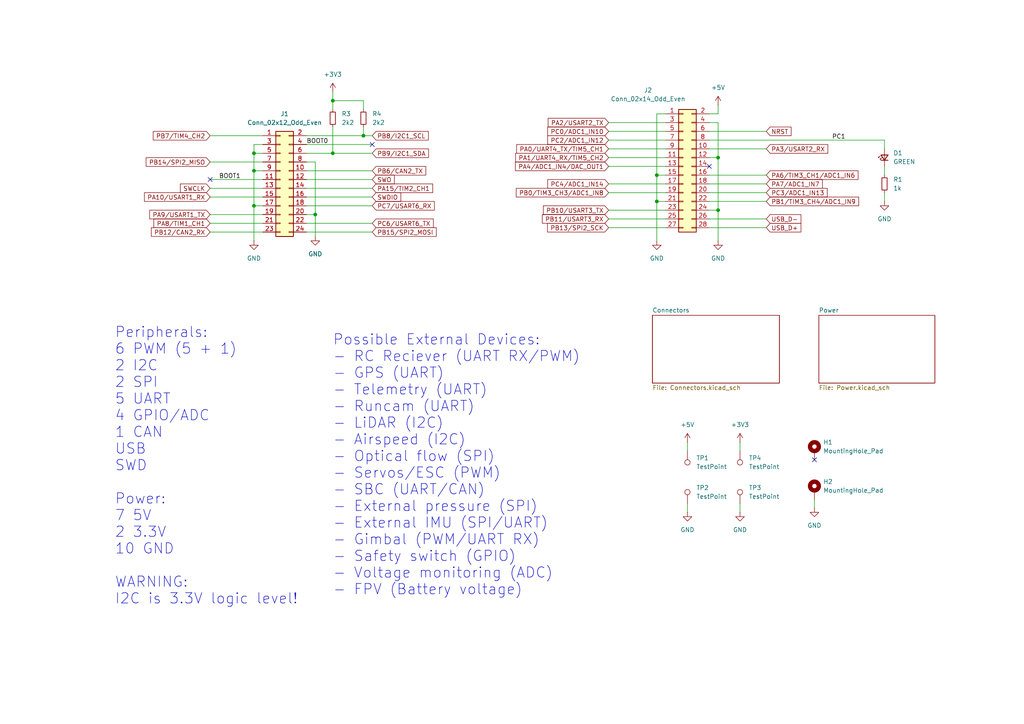
<source format=kicad_sch>
(kicad_sch
	(version 20231120)
	(generator "eeschema")
	(generator_version "8.0")
	(uuid "71e3314f-3388-4b61-ae01-17d0f40ab517")
	(paper "A4")
	(lib_symbols
		(symbol "Connector:TestPoint"
			(pin_numbers hide)
			(pin_names
				(offset 0.762) hide)
			(exclude_from_sim no)
			(in_bom yes)
			(on_board yes)
			(property "Reference" "TP"
				(at 0 6.858 0)
				(effects
					(font
						(size 1.27 1.27)
					)
				)
			)
			(property "Value" "TestPoint"
				(at 0 5.08 0)
				(effects
					(font
						(size 1.27 1.27)
					)
				)
			)
			(property "Footprint" ""
				(at 5.08 0 0)
				(effects
					(font
						(size 1.27 1.27)
					)
					(hide yes)
				)
			)
			(property "Datasheet" "~"
				(at 5.08 0 0)
				(effects
					(font
						(size 1.27 1.27)
					)
					(hide yes)
				)
			)
			(property "Description" "test point"
				(at 0 0 0)
				(effects
					(font
						(size 1.27 1.27)
					)
					(hide yes)
				)
			)
			(property "ki_keywords" "test point tp"
				(at 0 0 0)
				(effects
					(font
						(size 1.27 1.27)
					)
					(hide yes)
				)
			)
			(property "ki_fp_filters" "Pin* Test*"
				(at 0 0 0)
				(effects
					(font
						(size 1.27 1.27)
					)
					(hide yes)
				)
			)
			(symbol "TestPoint_0_1"
				(circle
					(center 0 3.302)
					(radius 0.762)
					(stroke
						(width 0)
						(type default)
					)
					(fill
						(type none)
					)
				)
			)
			(symbol "TestPoint_1_1"
				(pin passive line
					(at 0 0 90)
					(length 2.54)
					(name "1"
						(effects
							(font
								(size 1.27 1.27)
							)
						)
					)
					(number "1"
						(effects
							(font
								(size 1.27 1.27)
							)
						)
					)
				)
			)
		)
		(symbol "Connector_Generic:Conn_02x12_Odd_Even"
			(pin_names
				(offset 1.016) hide)
			(exclude_from_sim no)
			(in_bom yes)
			(on_board yes)
			(property "Reference" "J"
				(at 1.27 15.24 0)
				(effects
					(font
						(size 1.27 1.27)
					)
				)
			)
			(property "Value" "Conn_02x12_Odd_Even"
				(at 1.27 -17.78 0)
				(effects
					(font
						(size 1.27 1.27)
					)
				)
			)
			(property "Footprint" ""
				(at 0 0 0)
				(effects
					(font
						(size 1.27 1.27)
					)
					(hide yes)
				)
			)
			(property "Datasheet" "~"
				(at 0 0 0)
				(effects
					(font
						(size 1.27 1.27)
					)
					(hide yes)
				)
			)
			(property "Description" "Generic connector, double row, 02x12, odd/even pin numbering scheme (row 1 odd numbers, row 2 even numbers), script generated (kicad-library-utils/schlib/autogen/connector/)"
				(at 0 0 0)
				(effects
					(font
						(size 1.27 1.27)
					)
					(hide yes)
				)
			)
			(property "ki_keywords" "connector"
				(at 0 0 0)
				(effects
					(font
						(size 1.27 1.27)
					)
					(hide yes)
				)
			)
			(property "ki_fp_filters" "Connector*:*_2x??_*"
				(at 0 0 0)
				(effects
					(font
						(size 1.27 1.27)
					)
					(hide yes)
				)
			)
			(symbol "Conn_02x12_Odd_Even_1_1"
				(rectangle
					(start -1.27 -15.113)
					(end 0 -15.367)
					(stroke
						(width 0.1524)
						(type default)
					)
					(fill
						(type none)
					)
				)
				(rectangle
					(start -1.27 -12.573)
					(end 0 -12.827)
					(stroke
						(width 0.1524)
						(type default)
					)
					(fill
						(type none)
					)
				)
				(rectangle
					(start -1.27 -10.033)
					(end 0 -10.287)
					(stroke
						(width 0.1524)
						(type default)
					)
					(fill
						(type none)
					)
				)
				(rectangle
					(start -1.27 -7.493)
					(end 0 -7.747)
					(stroke
						(width 0.1524)
						(type default)
					)
					(fill
						(type none)
					)
				)
				(rectangle
					(start -1.27 -4.953)
					(end 0 -5.207)
					(stroke
						(width 0.1524)
						(type default)
					)
					(fill
						(type none)
					)
				)
				(rectangle
					(start -1.27 -2.413)
					(end 0 -2.667)
					(stroke
						(width 0.1524)
						(type default)
					)
					(fill
						(type none)
					)
				)
				(rectangle
					(start -1.27 0.127)
					(end 0 -0.127)
					(stroke
						(width 0.1524)
						(type default)
					)
					(fill
						(type none)
					)
				)
				(rectangle
					(start -1.27 2.667)
					(end 0 2.413)
					(stroke
						(width 0.1524)
						(type default)
					)
					(fill
						(type none)
					)
				)
				(rectangle
					(start -1.27 5.207)
					(end 0 4.953)
					(stroke
						(width 0.1524)
						(type default)
					)
					(fill
						(type none)
					)
				)
				(rectangle
					(start -1.27 7.747)
					(end 0 7.493)
					(stroke
						(width 0.1524)
						(type default)
					)
					(fill
						(type none)
					)
				)
				(rectangle
					(start -1.27 10.287)
					(end 0 10.033)
					(stroke
						(width 0.1524)
						(type default)
					)
					(fill
						(type none)
					)
				)
				(rectangle
					(start -1.27 12.827)
					(end 0 12.573)
					(stroke
						(width 0.1524)
						(type default)
					)
					(fill
						(type none)
					)
				)
				(rectangle
					(start -1.27 13.97)
					(end 3.81 -16.51)
					(stroke
						(width 0.254)
						(type default)
					)
					(fill
						(type background)
					)
				)
				(rectangle
					(start 3.81 -15.113)
					(end 2.54 -15.367)
					(stroke
						(width 0.1524)
						(type default)
					)
					(fill
						(type none)
					)
				)
				(rectangle
					(start 3.81 -12.573)
					(end 2.54 -12.827)
					(stroke
						(width 0.1524)
						(type default)
					)
					(fill
						(type none)
					)
				)
				(rectangle
					(start 3.81 -10.033)
					(end 2.54 -10.287)
					(stroke
						(width 0.1524)
						(type default)
					)
					(fill
						(type none)
					)
				)
				(rectangle
					(start 3.81 -7.493)
					(end 2.54 -7.747)
					(stroke
						(width 0.1524)
						(type default)
					)
					(fill
						(type none)
					)
				)
				(rectangle
					(start 3.81 -4.953)
					(end 2.54 -5.207)
					(stroke
						(width 0.1524)
						(type default)
					)
					(fill
						(type none)
					)
				)
				(rectangle
					(start 3.81 -2.413)
					(end 2.54 -2.667)
					(stroke
						(width 0.1524)
						(type default)
					)
					(fill
						(type none)
					)
				)
				(rectangle
					(start 3.81 0.127)
					(end 2.54 -0.127)
					(stroke
						(width 0.1524)
						(type default)
					)
					(fill
						(type none)
					)
				)
				(rectangle
					(start 3.81 2.667)
					(end 2.54 2.413)
					(stroke
						(width 0.1524)
						(type default)
					)
					(fill
						(type none)
					)
				)
				(rectangle
					(start 3.81 5.207)
					(end 2.54 4.953)
					(stroke
						(width 0.1524)
						(type default)
					)
					(fill
						(type none)
					)
				)
				(rectangle
					(start 3.81 7.747)
					(end 2.54 7.493)
					(stroke
						(width 0.1524)
						(type default)
					)
					(fill
						(type none)
					)
				)
				(rectangle
					(start 3.81 10.287)
					(end 2.54 10.033)
					(stroke
						(width 0.1524)
						(type default)
					)
					(fill
						(type none)
					)
				)
				(rectangle
					(start 3.81 12.827)
					(end 2.54 12.573)
					(stroke
						(width 0.1524)
						(type default)
					)
					(fill
						(type none)
					)
				)
				(pin passive line
					(at -5.08 12.7 0)
					(length 3.81)
					(name "Pin_1"
						(effects
							(font
								(size 1.27 1.27)
							)
						)
					)
					(number "1"
						(effects
							(font
								(size 1.27 1.27)
							)
						)
					)
				)
				(pin passive line
					(at 7.62 2.54 180)
					(length 3.81)
					(name "Pin_10"
						(effects
							(font
								(size 1.27 1.27)
							)
						)
					)
					(number "10"
						(effects
							(font
								(size 1.27 1.27)
							)
						)
					)
				)
				(pin passive line
					(at -5.08 0 0)
					(length 3.81)
					(name "Pin_11"
						(effects
							(font
								(size 1.27 1.27)
							)
						)
					)
					(number "11"
						(effects
							(font
								(size 1.27 1.27)
							)
						)
					)
				)
				(pin passive line
					(at 7.62 0 180)
					(length 3.81)
					(name "Pin_12"
						(effects
							(font
								(size 1.27 1.27)
							)
						)
					)
					(number "12"
						(effects
							(font
								(size 1.27 1.27)
							)
						)
					)
				)
				(pin passive line
					(at -5.08 -2.54 0)
					(length 3.81)
					(name "Pin_13"
						(effects
							(font
								(size 1.27 1.27)
							)
						)
					)
					(number "13"
						(effects
							(font
								(size 1.27 1.27)
							)
						)
					)
				)
				(pin passive line
					(at 7.62 -2.54 180)
					(length 3.81)
					(name "Pin_14"
						(effects
							(font
								(size 1.27 1.27)
							)
						)
					)
					(number "14"
						(effects
							(font
								(size 1.27 1.27)
							)
						)
					)
				)
				(pin passive line
					(at -5.08 -5.08 0)
					(length 3.81)
					(name "Pin_15"
						(effects
							(font
								(size 1.27 1.27)
							)
						)
					)
					(number "15"
						(effects
							(font
								(size 1.27 1.27)
							)
						)
					)
				)
				(pin passive line
					(at 7.62 -5.08 180)
					(length 3.81)
					(name "Pin_16"
						(effects
							(font
								(size 1.27 1.27)
							)
						)
					)
					(number "16"
						(effects
							(font
								(size 1.27 1.27)
							)
						)
					)
				)
				(pin passive line
					(at -5.08 -7.62 0)
					(length 3.81)
					(name "Pin_17"
						(effects
							(font
								(size 1.27 1.27)
							)
						)
					)
					(number "17"
						(effects
							(font
								(size 1.27 1.27)
							)
						)
					)
				)
				(pin passive line
					(at 7.62 -7.62 180)
					(length 3.81)
					(name "Pin_18"
						(effects
							(font
								(size 1.27 1.27)
							)
						)
					)
					(number "18"
						(effects
							(font
								(size 1.27 1.27)
							)
						)
					)
				)
				(pin passive line
					(at -5.08 -10.16 0)
					(length 3.81)
					(name "Pin_19"
						(effects
							(font
								(size 1.27 1.27)
							)
						)
					)
					(number "19"
						(effects
							(font
								(size 1.27 1.27)
							)
						)
					)
				)
				(pin passive line
					(at 7.62 12.7 180)
					(length 3.81)
					(name "Pin_2"
						(effects
							(font
								(size 1.27 1.27)
							)
						)
					)
					(number "2"
						(effects
							(font
								(size 1.27 1.27)
							)
						)
					)
				)
				(pin passive line
					(at 7.62 -10.16 180)
					(length 3.81)
					(name "Pin_20"
						(effects
							(font
								(size 1.27 1.27)
							)
						)
					)
					(number "20"
						(effects
							(font
								(size 1.27 1.27)
							)
						)
					)
				)
				(pin passive line
					(at -5.08 -12.7 0)
					(length 3.81)
					(name "Pin_21"
						(effects
							(font
								(size 1.27 1.27)
							)
						)
					)
					(number "21"
						(effects
							(font
								(size 1.27 1.27)
							)
						)
					)
				)
				(pin passive line
					(at 7.62 -12.7 180)
					(length 3.81)
					(name "Pin_22"
						(effects
							(font
								(size 1.27 1.27)
							)
						)
					)
					(number "22"
						(effects
							(font
								(size 1.27 1.27)
							)
						)
					)
				)
				(pin passive line
					(at -5.08 -15.24 0)
					(length 3.81)
					(name "Pin_23"
						(effects
							(font
								(size 1.27 1.27)
							)
						)
					)
					(number "23"
						(effects
							(font
								(size 1.27 1.27)
							)
						)
					)
				)
				(pin passive line
					(at 7.62 -15.24 180)
					(length 3.81)
					(name "Pin_24"
						(effects
							(font
								(size 1.27 1.27)
							)
						)
					)
					(number "24"
						(effects
							(font
								(size 1.27 1.27)
							)
						)
					)
				)
				(pin passive line
					(at -5.08 10.16 0)
					(length 3.81)
					(name "Pin_3"
						(effects
							(font
								(size 1.27 1.27)
							)
						)
					)
					(number "3"
						(effects
							(font
								(size 1.27 1.27)
							)
						)
					)
				)
				(pin passive line
					(at 7.62 10.16 180)
					(length 3.81)
					(name "Pin_4"
						(effects
							(font
								(size 1.27 1.27)
							)
						)
					)
					(number "4"
						(effects
							(font
								(size 1.27 1.27)
							)
						)
					)
				)
				(pin passive line
					(at -5.08 7.62 0)
					(length 3.81)
					(name "Pin_5"
						(effects
							(font
								(size 1.27 1.27)
							)
						)
					)
					(number "5"
						(effects
							(font
								(size 1.27 1.27)
							)
						)
					)
				)
				(pin passive line
					(at 7.62 7.62 180)
					(length 3.81)
					(name "Pin_6"
						(effects
							(font
								(size 1.27 1.27)
							)
						)
					)
					(number "6"
						(effects
							(font
								(size 1.27 1.27)
							)
						)
					)
				)
				(pin passive line
					(at -5.08 5.08 0)
					(length 3.81)
					(name "Pin_7"
						(effects
							(font
								(size 1.27 1.27)
							)
						)
					)
					(number "7"
						(effects
							(font
								(size 1.27 1.27)
							)
						)
					)
				)
				(pin passive line
					(at 7.62 5.08 180)
					(length 3.81)
					(name "Pin_8"
						(effects
							(font
								(size 1.27 1.27)
							)
						)
					)
					(number "8"
						(effects
							(font
								(size 1.27 1.27)
							)
						)
					)
				)
				(pin passive line
					(at -5.08 2.54 0)
					(length 3.81)
					(name "Pin_9"
						(effects
							(font
								(size 1.27 1.27)
							)
						)
					)
					(number "9"
						(effects
							(font
								(size 1.27 1.27)
							)
						)
					)
				)
			)
		)
		(symbol "Connector_Generic:Conn_02x14_Odd_Even"
			(pin_names
				(offset 1.016) hide)
			(exclude_from_sim no)
			(in_bom yes)
			(on_board yes)
			(property "Reference" "J"
				(at 1.27 17.78 0)
				(effects
					(font
						(size 1.27 1.27)
					)
				)
			)
			(property "Value" "Conn_02x14_Odd_Even"
				(at 1.27 -20.32 0)
				(effects
					(font
						(size 1.27 1.27)
					)
				)
			)
			(property "Footprint" ""
				(at 0 0 0)
				(effects
					(font
						(size 1.27 1.27)
					)
					(hide yes)
				)
			)
			(property "Datasheet" "~"
				(at 0 0 0)
				(effects
					(font
						(size 1.27 1.27)
					)
					(hide yes)
				)
			)
			(property "Description" "Generic connector, double row, 02x14, odd/even pin numbering scheme (row 1 odd numbers, row 2 even numbers), script generated (kicad-library-utils/schlib/autogen/connector/)"
				(at 0 0 0)
				(effects
					(font
						(size 1.27 1.27)
					)
					(hide yes)
				)
			)
			(property "ki_keywords" "connector"
				(at 0 0 0)
				(effects
					(font
						(size 1.27 1.27)
					)
					(hide yes)
				)
			)
			(property "ki_fp_filters" "Connector*:*_2x??_*"
				(at 0 0 0)
				(effects
					(font
						(size 1.27 1.27)
					)
					(hide yes)
				)
			)
			(symbol "Conn_02x14_Odd_Even_1_1"
				(rectangle
					(start -1.27 -17.653)
					(end 0 -17.907)
					(stroke
						(width 0.1524)
						(type default)
					)
					(fill
						(type none)
					)
				)
				(rectangle
					(start -1.27 -15.113)
					(end 0 -15.367)
					(stroke
						(width 0.1524)
						(type default)
					)
					(fill
						(type none)
					)
				)
				(rectangle
					(start -1.27 -12.573)
					(end 0 -12.827)
					(stroke
						(width 0.1524)
						(type default)
					)
					(fill
						(type none)
					)
				)
				(rectangle
					(start -1.27 -10.033)
					(end 0 -10.287)
					(stroke
						(width 0.1524)
						(type default)
					)
					(fill
						(type none)
					)
				)
				(rectangle
					(start -1.27 -7.493)
					(end 0 -7.747)
					(stroke
						(width 0.1524)
						(type default)
					)
					(fill
						(type none)
					)
				)
				(rectangle
					(start -1.27 -4.953)
					(end 0 -5.207)
					(stroke
						(width 0.1524)
						(type default)
					)
					(fill
						(type none)
					)
				)
				(rectangle
					(start -1.27 -2.413)
					(end 0 -2.667)
					(stroke
						(width 0.1524)
						(type default)
					)
					(fill
						(type none)
					)
				)
				(rectangle
					(start -1.27 0.127)
					(end 0 -0.127)
					(stroke
						(width 0.1524)
						(type default)
					)
					(fill
						(type none)
					)
				)
				(rectangle
					(start -1.27 2.667)
					(end 0 2.413)
					(stroke
						(width 0.1524)
						(type default)
					)
					(fill
						(type none)
					)
				)
				(rectangle
					(start -1.27 5.207)
					(end 0 4.953)
					(stroke
						(width 0.1524)
						(type default)
					)
					(fill
						(type none)
					)
				)
				(rectangle
					(start -1.27 7.747)
					(end 0 7.493)
					(stroke
						(width 0.1524)
						(type default)
					)
					(fill
						(type none)
					)
				)
				(rectangle
					(start -1.27 10.287)
					(end 0 10.033)
					(stroke
						(width 0.1524)
						(type default)
					)
					(fill
						(type none)
					)
				)
				(rectangle
					(start -1.27 12.827)
					(end 0 12.573)
					(stroke
						(width 0.1524)
						(type default)
					)
					(fill
						(type none)
					)
				)
				(rectangle
					(start -1.27 15.367)
					(end 0 15.113)
					(stroke
						(width 0.1524)
						(type default)
					)
					(fill
						(type none)
					)
				)
				(rectangle
					(start -1.27 16.51)
					(end 3.81 -19.05)
					(stroke
						(width 0.254)
						(type default)
					)
					(fill
						(type background)
					)
				)
				(rectangle
					(start 3.81 -17.653)
					(end 2.54 -17.907)
					(stroke
						(width 0.1524)
						(type default)
					)
					(fill
						(type none)
					)
				)
				(rectangle
					(start 3.81 -15.113)
					(end 2.54 -15.367)
					(stroke
						(width 0.1524)
						(type default)
					)
					(fill
						(type none)
					)
				)
				(rectangle
					(start 3.81 -12.573)
					(end 2.54 -12.827)
					(stroke
						(width 0.1524)
						(type default)
					)
					(fill
						(type none)
					)
				)
				(rectangle
					(start 3.81 -10.033)
					(end 2.54 -10.287)
					(stroke
						(width 0.1524)
						(type default)
					)
					(fill
						(type none)
					)
				)
				(rectangle
					(start 3.81 -7.493)
					(end 2.54 -7.747)
					(stroke
						(width 0.1524)
						(type default)
					)
					(fill
						(type none)
					)
				)
				(rectangle
					(start 3.81 -4.953)
					(end 2.54 -5.207)
					(stroke
						(width 0.1524)
						(type default)
					)
					(fill
						(type none)
					)
				)
				(rectangle
					(start 3.81 -2.413)
					(end 2.54 -2.667)
					(stroke
						(width 0.1524)
						(type default)
					)
					(fill
						(type none)
					)
				)
				(rectangle
					(start 3.81 0.127)
					(end 2.54 -0.127)
					(stroke
						(width 0.1524)
						(type default)
					)
					(fill
						(type none)
					)
				)
				(rectangle
					(start 3.81 2.667)
					(end 2.54 2.413)
					(stroke
						(width 0.1524)
						(type default)
					)
					(fill
						(type none)
					)
				)
				(rectangle
					(start 3.81 5.207)
					(end 2.54 4.953)
					(stroke
						(width 0.1524)
						(type default)
					)
					(fill
						(type none)
					)
				)
				(rectangle
					(start 3.81 7.747)
					(end 2.54 7.493)
					(stroke
						(width 0.1524)
						(type default)
					)
					(fill
						(type none)
					)
				)
				(rectangle
					(start 3.81 10.287)
					(end 2.54 10.033)
					(stroke
						(width 0.1524)
						(type default)
					)
					(fill
						(type none)
					)
				)
				(rectangle
					(start 3.81 12.827)
					(end 2.54 12.573)
					(stroke
						(width 0.1524)
						(type default)
					)
					(fill
						(type none)
					)
				)
				(rectangle
					(start 3.81 15.367)
					(end 2.54 15.113)
					(stroke
						(width 0.1524)
						(type default)
					)
					(fill
						(type none)
					)
				)
				(pin passive line
					(at -5.08 15.24 0)
					(length 3.81)
					(name "Pin_1"
						(effects
							(font
								(size 1.27 1.27)
							)
						)
					)
					(number "1"
						(effects
							(font
								(size 1.27 1.27)
							)
						)
					)
				)
				(pin passive line
					(at 7.62 5.08 180)
					(length 3.81)
					(name "Pin_10"
						(effects
							(font
								(size 1.27 1.27)
							)
						)
					)
					(number "10"
						(effects
							(font
								(size 1.27 1.27)
							)
						)
					)
				)
				(pin passive line
					(at -5.08 2.54 0)
					(length 3.81)
					(name "Pin_11"
						(effects
							(font
								(size 1.27 1.27)
							)
						)
					)
					(number "11"
						(effects
							(font
								(size 1.27 1.27)
							)
						)
					)
				)
				(pin passive line
					(at 7.62 2.54 180)
					(length 3.81)
					(name "Pin_12"
						(effects
							(font
								(size 1.27 1.27)
							)
						)
					)
					(number "12"
						(effects
							(font
								(size 1.27 1.27)
							)
						)
					)
				)
				(pin passive line
					(at -5.08 0 0)
					(length 3.81)
					(name "Pin_13"
						(effects
							(font
								(size 1.27 1.27)
							)
						)
					)
					(number "13"
						(effects
							(font
								(size 1.27 1.27)
							)
						)
					)
				)
				(pin passive line
					(at 7.62 0 180)
					(length 3.81)
					(name "Pin_14"
						(effects
							(font
								(size 1.27 1.27)
							)
						)
					)
					(number "14"
						(effects
							(font
								(size 1.27 1.27)
							)
						)
					)
				)
				(pin passive line
					(at -5.08 -2.54 0)
					(length 3.81)
					(name "Pin_15"
						(effects
							(font
								(size 1.27 1.27)
							)
						)
					)
					(number "15"
						(effects
							(font
								(size 1.27 1.27)
							)
						)
					)
				)
				(pin passive line
					(at 7.62 -2.54 180)
					(length 3.81)
					(name "Pin_16"
						(effects
							(font
								(size 1.27 1.27)
							)
						)
					)
					(number "16"
						(effects
							(font
								(size 1.27 1.27)
							)
						)
					)
				)
				(pin passive line
					(at -5.08 -5.08 0)
					(length 3.81)
					(name "Pin_17"
						(effects
							(font
								(size 1.27 1.27)
							)
						)
					)
					(number "17"
						(effects
							(font
								(size 1.27 1.27)
							)
						)
					)
				)
				(pin passive line
					(at 7.62 -5.08 180)
					(length 3.81)
					(name "Pin_18"
						(effects
							(font
								(size 1.27 1.27)
							)
						)
					)
					(number "18"
						(effects
							(font
								(size 1.27 1.27)
							)
						)
					)
				)
				(pin passive line
					(at -5.08 -7.62 0)
					(length 3.81)
					(name "Pin_19"
						(effects
							(font
								(size 1.27 1.27)
							)
						)
					)
					(number "19"
						(effects
							(font
								(size 1.27 1.27)
							)
						)
					)
				)
				(pin passive line
					(at 7.62 15.24 180)
					(length 3.81)
					(name "Pin_2"
						(effects
							(font
								(size 1.27 1.27)
							)
						)
					)
					(number "2"
						(effects
							(font
								(size 1.27 1.27)
							)
						)
					)
				)
				(pin passive line
					(at 7.62 -7.62 180)
					(length 3.81)
					(name "Pin_20"
						(effects
							(font
								(size 1.27 1.27)
							)
						)
					)
					(number "20"
						(effects
							(font
								(size 1.27 1.27)
							)
						)
					)
				)
				(pin passive line
					(at -5.08 -10.16 0)
					(length 3.81)
					(name "Pin_21"
						(effects
							(font
								(size 1.27 1.27)
							)
						)
					)
					(number "21"
						(effects
							(font
								(size 1.27 1.27)
							)
						)
					)
				)
				(pin passive line
					(at 7.62 -10.16 180)
					(length 3.81)
					(name "Pin_22"
						(effects
							(font
								(size 1.27 1.27)
							)
						)
					)
					(number "22"
						(effects
							(font
								(size 1.27 1.27)
							)
						)
					)
				)
				(pin passive line
					(at -5.08 -12.7 0)
					(length 3.81)
					(name "Pin_23"
						(effects
							(font
								(size 1.27 1.27)
							)
						)
					)
					(number "23"
						(effects
							(font
								(size 1.27 1.27)
							)
						)
					)
				)
				(pin passive line
					(at 7.62 -12.7 180)
					(length 3.81)
					(name "Pin_24"
						(effects
							(font
								(size 1.27 1.27)
							)
						)
					)
					(number "24"
						(effects
							(font
								(size 1.27 1.27)
							)
						)
					)
				)
				(pin passive line
					(at -5.08 -15.24 0)
					(length 3.81)
					(name "Pin_25"
						(effects
							(font
								(size 1.27 1.27)
							)
						)
					)
					(number "25"
						(effects
							(font
								(size 1.27 1.27)
							)
						)
					)
				)
				(pin passive line
					(at 7.62 -15.24 180)
					(length 3.81)
					(name "Pin_26"
						(effects
							(font
								(size 1.27 1.27)
							)
						)
					)
					(number "26"
						(effects
							(font
								(size 1.27 1.27)
							)
						)
					)
				)
				(pin passive line
					(at -5.08 -17.78 0)
					(length 3.81)
					(name "Pin_27"
						(effects
							(font
								(size 1.27 1.27)
							)
						)
					)
					(number "27"
						(effects
							(font
								(size 1.27 1.27)
							)
						)
					)
				)
				(pin passive line
					(at 7.62 -17.78 180)
					(length 3.81)
					(name "Pin_28"
						(effects
							(font
								(size 1.27 1.27)
							)
						)
					)
					(number "28"
						(effects
							(font
								(size 1.27 1.27)
							)
						)
					)
				)
				(pin passive line
					(at -5.08 12.7 0)
					(length 3.81)
					(name "Pin_3"
						(effects
							(font
								(size 1.27 1.27)
							)
						)
					)
					(number "3"
						(effects
							(font
								(size 1.27 1.27)
							)
						)
					)
				)
				(pin passive line
					(at 7.62 12.7 180)
					(length 3.81)
					(name "Pin_4"
						(effects
							(font
								(size 1.27 1.27)
							)
						)
					)
					(number "4"
						(effects
							(font
								(size 1.27 1.27)
							)
						)
					)
				)
				(pin passive line
					(at -5.08 10.16 0)
					(length 3.81)
					(name "Pin_5"
						(effects
							(font
								(size 1.27 1.27)
							)
						)
					)
					(number "5"
						(effects
							(font
								(size 1.27 1.27)
							)
						)
					)
				)
				(pin passive line
					(at 7.62 10.16 180)
					(length 3.81)
					(name "Pin_6"
						(effects
							(font
								(size 1.27 1.27)
							)
						)
					)
					(number "6"
						(effects
							(font
								(size 1.27 1.27)
							)
						)
					)
				)
				(pin passive line
					(at -5.08 7.62 0)
					(length 3.81)
					(name "Pin_7"
						(effects
							(font
								(size 1.27 1.27)
							)
						)
					)
					(number "7"
						(effects
							(font
								(size 1.27 1.27)
							)
						)
					)
				)
				(pin passive line
					(at 7.62 7.62 180)
					(length 3.81)
					(name "Pin_8"
						(effects
							(font
								(size 1.27 1.27)
							)
						)
					)
					(number "8"
						(effects
							(font
								(size 1.27 1.27)
							)
						)
					)
				)
				(pin passive line
					(at -5.08 5.08 0)
					(length 3.81)
					(name "Pin_9"
						(effects
							(font
								(size 1.27 1.27)
							)
						)
					)
					(number "9"
						(effects
							(font
								(size 1.27 1.27)
							)
						)
					)
				)
			)
		)
		(symbol "Device:LED_Small"
			(pin_numbers hide)
			(pin_names
				(offset 0.254) hide)
			(exclude_from_sim no)
			(in_bom yes)
			(on_board yes)
			(property "Reference" "D"
				(at -1.27 3.175 0)
				(effects
					(font
						(size 1.27 1.27)
					)
					(justify left)
				)
			)
			(property "Value" "LED_Small"
				(at -4.445 -2.54 0)
				(effects
					(font
						(size 1.27 1.27)
					)
					(justify left)
				)
			)
			(property "Footprint" ""
				(at 0 0 90)
				(effects
					(font
						(size 1.27 1.27)
					)
					(hide yes)
				)
			)
			(property "Datasheet" "~"
				(at 0 0 90)
				(effects
					(font
						(size 1.27 1.27)
					)
					(hide yes)
				)
			)
			(property "Description" "Light emitting diode, small symbol"
				(at 0 0 0)
				(effects
					(font
						(size 1.27 1.27)
					)
					(hide yes)
				)
			)
			(property "ki_keywords" "LED diode light-emitting-diode"
				(at 0 0 0)
				(effects
					(font
						(size 1.27 1.27)
					)
					(hide yes)
				)
			)
			(property "ki_fp_filters" "LED* LED_SMD:* LED_THT:*"
				(at 0 0 0)
				(effects
					(font
						(size 1.27 1.27)
					)
					(hide yes)
				)
			)
			(symbol "LED_Small_0_1"
				(polyline
					(pts
						(xy -0.762 -1.016) (xy -0.762 1.016)
					)
					(stroke
						(width 0.254)
						(type default)
					)
					(fill
						(type none)
					)
				)
				(polyline
					(pts
						(xy 1.016 0) (xy -0.762 0)
					)
					(stroke
						(width 0)
						(type default)
					)
					(fill
						(type none)
					)
				)
				(polyline
					(pts
						(xy 0.762 -1.016) (xy -0.762 0) (xy 0.762 1.016) (xy 0.762 -1.016)
					)
					(stroke
						(width 0.254)
						(type default)
					)
					(fill
						(type none)
					)
				)
				(polyline
					(pts
						(xy 0 0.762) (xy -0.508 1.27) (xy -0.254 1.27) (xy -0.508 1.27) (xy -0.508 1.016)
					)
					(stroke
						(width 0)
						(type default)
					)
					(fill
						(type none)
					)
				)
				(polyline
					(pts
						(xy 0.508 1.27) (xy 0 1.778) (xy 0.254 1.778) (xy 0 1.778) (xy 0 1.524)
					)
					(stroke
						(width 0)
						(type default)
					)
					(fill
						(type none)
					)
				)
			)
			(symbol "LED_Small_1_1"
				(pin passive line
					(at -2.54 0 0)
					(length 1.778)
					(name "K"
						(effects
							(font
								(size 1.27 1.27)
							)
						)
					)
					(number "1"
						(effects
							(font
								(size 1.27 1.27)
							)
						)
					)
				)
				(pin passive line
					(at 2.54 0 180)
					(length 1.778)
					(name "A"
						(effects
							(font
								(size 1.27 1.27)
							)
						)
					)
					(number "2"
						(effects
							(font
								(size 1.27 1.27)
							)
						)
					)
				)
			)
		)
		(symbol "Device:R_Small"
			(pin_numbers hide)
			(pin_names
				(offset 0.254) hide)
			(exclude_from_sim no)
			(in_bom yes)
			(on_board yes)
			(property "Reference" "R"
				(at 0.762 0.508 0)
				(effects
					(font
						(size 1.27 1.27)
					)
					(justify left)
				)
			)
			(property "Value" "R_Small"
				(at 0.762 -1.016 0)
				(effects
					(font
						(size 1.27 1.27)
					)
					(justify left)
				)
			)
			(property "Footprint" ""
				(at 0 0 0)
				(effects
					(font
						(size 1.27 1.27)
					)
					(hide yes)
				)
			)
			(property "Datasheet" "~"
				(at 0 0 0)
				(effects
					(font
						(size 1.27 1.27)
					)
					(hide yes)
				)
			)
			(property "Description" "Resistor, small symbol"
				(at 0 0 0)
				(effects
					(font
						(size 1.27 1.27)
					)
					(hide yes)
				)
			)
			(property "ki_keywords" "R resistor"
				(at 0 0 0)
				(effects
					(font
						(size 1.27 1.27)
					)
					(hide yes)
				)
			)
			(property "ki_fp_filters" "R_*"
				(at 0 0 0)
				(effects
					(font
						(size 1.27 1.27)
					)
					(hide yes)
				)
			)
			(symbol "R_Small_0_1"
				(rectangle
					(start -0.762 1.778)
					(end 0.762 -1.778)
					(stroke
						(width 0.2032)
						(type default)
					)
					(fill
						(type none)
					)
				)
			)
			(symbol "R_Small_1_1"
				(pin passive line
					(at 0 2.54 270)
					(length 0.762)
					(name "~"
						(effects
							(font
								(size 1.27 1.27)
							)
						)
					)
					(number "1"
						(effects
							(font
								(size 1.27 1.27)
							)
						)
					)
				)
				(pin passive line
					(at 0 -2.54 90)
					(length 0.762)
					(name "~"
						(effects
							(font
								(size 1.27 1.27)
							)
						)
					)
					(number "2"
						(effects
							(font
								(size 1.27 1.27)
							)
						)
					)
				)
			)
		)
		(symbol "Mechanical:MountingHole_Pad"
			(pin_numbers hide)
			(pin_names
				(offset 1.016) hide)
			(exclude_from_sim no)
			(in_bom yes)
			(on_board yes)
			(property "Reference" "H"
				(at 0 6.35 0)
				(effects
					(font
						(size 1.27 1.27)
					)
				)
			)
			(property "Value" "MountingHole_Pad"
				(at 0 4.445 0)
				(effects
					(font
						(size 1.27 1.27)
					)
				)
			)
			(property "Footprint" ""
				(at 0 0 0)
				(effects
					(font
						(size 1.27 1.27)
					)
					(hide yes)
				)
			)
			(property "Datasheet" "~"
				(at 0 0 0)
				(effects
					(font
						(size 1.27 1.27)
					)
					(hide yes)
				)
			)
			(property "Description" "Mounting Hole with connection"
				(at 0 0 0)
				(effects
					(font
						(size 1.27 1.27)
					)
					(hide yes)
				)
			)
			(property "ki_keywords" "mounting hole"
				(at 0 0 0)
				(effects
					(font
						(size 1.27 1.27)
					)
					(hide yes)
				)
			)
			(property "ki_fp_filters" "MountingHole*Pad*"
				(at 0 0 0)
				(effects
					(font
						(size 1.27 1.27)
					)
					(hide yes)
				)
			)
			(symbol "MountingHole_Pad_0_1"
				(circle
					(center 0 1.27)
					(radius 1.27)
					(stroke
						(width 1.27)
						(type default)
					)
					(fill
						(type none)
					)
				)
			)
			(symbol "MountingHole_Pad_1_1"
				(pin input line
					(at 0 -2.54 90)
					(length 2.54)
					(name "1"
						(effects
							(font
								(size 1.27 1.27)
							)
						)
					)
					(number "1"
						(effects
							(font
								(size 1.27 1.27)
							)
						)
					)
				)
			)
		)
		(symbol "power:+5V"
			(power)
			(pin_numbers hide)
			(pin_names
				(offset 0) hide)
			(exclude_from_sim no)
			(in_bom yes)
			(on_board yes)
			(property "Reference" "#PWR"
				(at 0 -3.81 0)
				(effects
					(font
						(size 1.27 1.27)
					)
					(hide yes)
				)
			)
			(property "Value" "+5V"
				(at 0 3.556 0)
				(effects
					(font
						(size 1.27 1.27)
					)
				)
			)
			(property "Footprint" ""
				(at 0 0 0)
				(effects
					(font
						(size 1.27 1.27)
					)
					(hide yes)
				)
			)
			(property "Datasheet" ""
				(at 0 0 0)
				(effects
					(font
						(size 1.27 1.27)
					)
					(hide yes)
				)
			)
			(property "Description" "Power symbol creates a global label with name \"+5V\""
				(at 0 0 0)
				(effects
					(font
						(size 1.27 1.27)
					)
					(hide yes)
				)
			)
			(property "ki_keywords" "global power"
				(at 0 0 0)
				(effects
					(font
						(size 1.27 1.27)
					)
					(hide yes)
				)
			)
			(symbol "+5V_0_1"
				(polyline
					(pts
						(xy -0.762 1.27) (xy 0 2.54)
					)
					(stroke
						(width 0)
						(type default)
					)
					(fill
						(type none)
					)
				)
				(polyline
					(pts
						(xy 0 0) (xy 0 2.54)
					)
					(stroke
						(width 0)
						(type default)
					)
					(fill
						(type none)
					)
				)
				(polyline
					(pts
						(xy 0 2.54) (xy 0.762 1.27)
					)
					(stroke
						(width 0)
						(type default)
					)
					(fill
						(type none)
					)
				)
			)
			(symbol "+5V_1_1"
				(pin power_in line
					(at 0 0 90)
					(length 0)
					(name "~"
						(effects
							(font
								(size 1.27 1.27)
							)
						)
					)
					(number "1"
						(effects
							(font
								(size 1.27 1.27)
							)
						)
					)
				)
			)
		)
		(symbol "power:GND"
			(power)
			(pin_numbers hide)
			(pin_names
				(offset 0) hide)
			(exclude_from_sim no)
			(in_bom yes)
			(on_board yes)
			(property "Reference" "#PWR"
				(at 0 -6.35 0)
				(effects
					(font
						(size 1.27 1.27)
					)
					(hide yes)
				)
			)
			(property "Value" "GND"
				(at 0 -3.81 0)
				(effects
					(font
						(size 1.27 1.27)
					)
				)
			)
			(property "Footprint" ""
				(at 0 0 0)
				(effects
					(font
						(size 1.27 1.27)
					)
					(hide yes)
				)
			)
			(property "Datasheet" ""
				(at 0 0 0)
				(effects
					(font
						(size 1.27 1.27)
					)
					(hide yes)
				)
			)
			(property "Description" "Power symbol creates a global label with name \"GND\" , ground"
				(at 0 0 0)
				(effects
					(font
						(size 1.27 1.27)
					)
					(hide yes)
				)
			)
			(property "ki_keywords" "global power"
				(at 0 0 0)
				(effects
					(font
						(size 1.27 1.27)
					)
					(hide yes)
				)
			)
			(symbol "GND_0_1"
				(polyline
					(pts
						(xy 0 0) (xy 0 -1.27) (xy 1.27 -1.27) (xy 0 -2.54) (xy -1.27 -1.27) (xy 0 -1.27)
					)
					(stroke
						(width 0)
						(type default)
					)
					(fill
						(type none)
					)
				)
			)
			(symbol "GND_1_1"
				(pin power_in line
					(at 0 0 270)
					(length 0)
					(name "~"
						(effects
							(font
								(size 1.27 1.27)
							)
						)
					)
					(number "1"
						(effects
							(font
								(size 1.27 1.27)
							)
						)
					)
				)
			)
		)
	)
	(junction
		(at 96.52 29.21)
		(diameter 0)
		(color 0 0 0 0)
		(uuid "015ef9e8-ddf2-4a73-b95b-57adf70ba6c3")
	)
	(junction
		(at 190.5 58.42)
		(diameter 0)
		(color 0 0 0 0)
		(uuid "2f536daa-bc06-4d1b-9027-8a0a53a66380")
	)
	(junction
		(at 96.52 44.45)
		(diameter 0)
		(color 0 0 0 0)
		(uuid "60ce5d62-f575-435e-934e-01b8b2496d01")
	)
	(junction
		(at 105.41 39.37)
		(diameter 0)
		(color 0 0 0 0)
		(uuid "6d07cee8-b031-4206-9d08-5e252b08740a")
	)
	(junction
		(at 208.28 60.96)
		(diameter 0)
		(color 0 0 0 0)
		(uuid "845f1cae-45bb-4675-a5d7-e7f2aaedb5e6")
	)
	(junction
		(at 208.28 45.72)
		(diameter 0)
		(color 0 0 0 0)
		(uuid "93df95e9-6b7e-46b1-b14a-a3d738b43801")
	)
	(junction
		(at 91.44 62.23)
		(diameter 0)
		(color 0 0 0 0)
		(uuid "9f6e8310-645c-4a17-a9fa-74c4517b53bb")
	)
	(junction
		(at 73.66 44.45)
		(diameter 0)
		(color 0 0 0 0)
		(uuid "a53da599-4e61-4ef8-94bc-26d9ab958064")
	)
	(junction
		(at 190.5 50.8)
		(diameter 0)
		(color 0 0 0 0)
		(uuid "a9ad6e3d-46fb-446d-85f7-943bd5eccac4")
	)
	(junction
		(at 73.66 49.53)
		(diameter 0)
		(color 0 0 0 0)
		(uuid "cd37f657-fba4-45e1-8e21-5a2c88709b5d")
	)
	(junction
		(at 73.66 59.69)
		(diameter 0)
		(color 0 0 0 0)
		(uuid "f3f19b99-346a-4b55-aca6-3a2cb68d51b6")
	)
	(no_connect
		(at 236.22 133.35)
		(uuid "68387cbd-74d7-4d5c-b14c-a6d9f42240aa")
	)
	(no_connect
		(at 107.95 41.91)
		(uuid "924f3981-7a68-4ee7-9958-3a12331a3533")
	)
	(no_connect
		(at 60.96 52.07)
		(uuid "9d46b188-d153-48ad-91e9-f60ae74c8af2")
	)
	(no_connect
		(at 205.74 48.26)
		(uuid "bbe2a4f5-4a8f-4015-8a2e-3102e8c3021e")
	)
	(wire
		(pts
			(xy 73.66 44.45) (xy 76.2 44.45)
		)
		(stroke
			(width 0)
			(type default)
		)
		(uuid "00b7a842-3aa9-4b5e-b579-858be5f923b3")
	)
	(wire
		(pts
			(xy 190.5 50.8) (xy 193.04 50.8)
		)
		(stroke
			(width 0)
			(type default)
		)
		(uuid "0128d7af-86f6-4141-ab06-4dc231462eed")
	)
	(wire
		(pts
			(xy 176.53 35.56) (xy 193.04 35.56)
		)
		(stroke
			(width 0)
			(type default)
		)
		(uuid "06296f41-c486-41b4-be69-fe3fc91c08bf")
	)
	(wire
		(pts
			(xy 88.9 39.37) (xy 105.41 39.37)
		)
		(stroke
			(width 0)
			(type default)
		)
		(uuid "065326b3-7954-4a69-9e58-a04435e3a90d")
	)
	(wire
		(pts
			(xy 73.66 44.45) (xy 73.66 49.53)
		)
		(stroke
			(width 0)
			(type default)
		)
		(uuid "08052baa-96fd-4b72-93f5-5570af2fc574")
	)
	(wire
		(pts
			(xy 73.66 41.91) (xy 73.66 44.45)
		)
		(stroke
			(width 0)
			(type default)
		)
		(uuid "0b38f83b-e971-4e4e-ad45-0aeb6c9984ac")
	)
	(wire
		(pts
			(xy 190.5 33.02) (xy 190.5 50.8)
		)
		(stroke
			(width 0)
			(type default)
		)
		(uuid "0ce26b1d-8485-4fc8-8d63-b1bbfa513c42")
	)
	(wire
		(pts
			(xy 208.28 30.48) (xy 208.28 33.02)
		)
		(stroke
			(width 0)
			(type default)
		)
		(uuid "126295a7-06da-4618-a955-66898f23e0d5")
	)
	(wire
		(pts
			(xy 73.66 41.91) (xy 76.2 41.91)
		)
		(stroke
			(width 0)
			(type default)
		)
		(uuid "14d31922-7f2a-4c30-833e-7b0d2ef5f009")
	)
	(wire
		(pts
			(xy 96.52 26.67) (xy 96.52 29.21)
		)
		(stroke
			(width 0)
			(type default)
		)
		(uuid "153dac49-32cb-4bcd-affc-d6479d8a06f5")
	)
	(wire
		(pts
			(xy 222.25 53.34) (xy 205.74 53.34)
		)
		(stroke
			(width 0)
			(type default)
		)
		(uuid "15de72db-2561-40a0-9f3a-b5aebb0ef136")
	)
	(wire
		(pts
			(xy 176.53 45.72) (xy 193.04 45.72)
		)
		(stroke
			(width 0)
			(type default)
		)
		(uuid "16b17be1-68b7-4413-8ea9-b6707f4f23a3")
	)
	(wire
		(pts
			(xy 105.41 29.21) (xy 105.41 31.75)
		)
		(stroke
			(width 0)
			(type default)
		)
		(uuid "1883ded7-6aff-450e-9014-8d302adf6acd")
	)
	(wire
		(pts
			(xy 96.52 36.83) (xy 96.52 44.45)
		)
		(stroke
			(width 0)
			(type default)
		)
		(uuid "1c0ef182-f039-44e7-beef-9fd24e7aa739")
	)
	(wire
		(pts
			(xy 214.63 128.27) (xy 214.63 130.81)
		)
		(stroke
			(width 0)
			(type default)
		)
		(uuid "1f5c02a7-129d-405f-a4cc-8ae8e8f04e07")
	)
	(wire
		(pts
			(xy 60.96 64.77) (xy 76.2 64.77)
		)
		(stroke
			(width 0)
			(type default)
		)
		(uuid "1f9fcd84-752d-4bb1-a56b-bb35e3130594")
	)
	(wire
		(pts
			(xy 205.74 35.56) (xy 208.28 35.56)
		)
		(stroke
			(width 0)
			(type default)
		)
		(uuid "22e537fc-a8d0-4871-9342-887905f930c6")
	)
	(wire
		(pts
			(xy 105.41 39.37) (xy 107.95 39.37)
		)
		(stroke
			(width 0)
			(type default)
		)
		(uuid "257ba6ba-06d1-432b-9087-a52a2972b9fa")
	)
	(wire
		(pts
			(xy 236.22 147.32) (xy 236.22 144.78)
		)
		(stroke
			(width 0)
			(type default)
		)
		(uuid "259493e8-b819-4985-91a1-13e6e8a5f9bd")
	)
	(wire
		(pts
			(xy 107.95 54.61) (xy 88.9 54.61)
		)
		(stroke
			(width 0)
			(type default)
		)
		(uuid "26941768-b491-461d-adb9-9806cf98c3a7")
	)
	(wire
		(pts
			(xy 222.25 50.8) (xy 205.74 50.8)
		)
		(stroke
			(width 0)
			(type default)
		)
		(uuid "287723a1-f192-491a-b9d8-93ab7df396c1")
	)
	(wire
		(pts
			(xy 60.96 39.37) (xy 76.2 39.37)
		)
		(stroke
			(width 0)
			(type default)
		)
		(uuid "2a99fc3d-6703-4f28-a2c3-20348e60e19e")
	)
	(wire
		(pts
			(xy 176.53 60.96) (xy 193.04 60.96)
		)
		(stroke
			(width 0)
			(type default)
		)
		(uuid "2b441ba1-0088-424a-9569-5cfd03fd4f4a")
	)
	(wire
		(pts
			(xy 199.39 148.59) (xy 199.39 146.05)
		)
		(stroke
			(width 0)
			(type default)
		)
		(uuid "39ae12f8-d383-4f43-ac82-99cf854a2618")
	)
	(wire
		(pts
			(xy 176.53 40.64) (xy 193.04 40.64)
		)
		(stroke
			(width 0)
			(type default)
		)
		(uuid "3b5db141-abca-4224-9627-90bbd1fac6e5")
	)
	(wire
		(pts
			(xy 190.5 50.8) (xy 190.5 58.42)
		)
		(stroke
			(width 0)
			(type default)
		)
		(uuid "3df7335b-2650-4da2-9a2e-dbc62edd12a3")
	)
	(wire
		(pts
			(xy 222.25 66.04) (xy 205.74 66.04)
		)
		(stroke
			(width 0)
			(type default)
		)
		(uuid "44690f78-be74-40de-80d2-b661c3c53047")
	)
	(wire
		(pts
			(xy 60.96 54.61) (xy 76.2 54.61)
		)
		(stroke
			(width 0)
			(type default)
		)
		(uuid "4b46476d-3cb4-41dc-bf1b-9aa08d6b6577")
	)
	(wire
		(pts
			(xy 208.28 35.56) (xy 208.28 45.72)
		)
		(stroke
			(width 0)
			(type default)
		)
		(uuid "4d546a9c-8307-413d-add1-5f65a6f2bd11")
	)
	(wire
		(pts
			(xy 199.39 128.27) (xy 199.39 130.81)
		)
		(stroke
			(width 0)
			(type default)
		)
		(uuid "4eec9c96-f479-4fd0-8634-e6365d1606e7")
	)
	(wire
		(pts
			(xy 96.52 29.21) (xy 105.41 29.21)
		)
		(stroke
			(width 0)
			(type default)
		)
		(uuid "538dd846-493a-436f-8b32-0e642e888de1")
	)
	(wire
		(pts
			(xy 73.66 59.69) (xy 73.66 69.85)
		)
		(stroke
			(width 0)
			(type default)
		)
		(uuid "568d6596-1d87-42fc-b5b7-17f86b513057")
	)
	(wire
		(pts
			(xy 107.95 64.77) (xy 88.9 64.77)
		)
		(stroke
			(width 0)
			(type default)
		)
		(uuid "5de198a2-f75f-481e-9952-48cda2aa2edb")
	)
	(wire
		(pts
			(xy 190.5 58.42) (xy 193.04 58.42)
		)
		(stroke
			(width 0)
			(type default)
		)
		(uuid "61a7e863-ec9f-4608-9c58-1ec085a920b6")
	)
	(wire
		(pts
			(xy 208.28 33.02) (xy 205.74 33.02)
		)
		(stroke
			(width 0)
			(type default)
		)
		(uuid "630606d9-573c-4f07-835a-6def3970445c")
	)
	(wire
		(pts
			(xy 73.66 49.53) (xy 73.66 59.69)
		)
		(stroke
			(width 0)
			(type default)
		)
		(uuid "654304e5-858b-447d-9a02-db7c847b98fd")
	)
	(wire
		(pts
			(xy 107.95 49.53) (xy 88.9 49.53)
		)
		(stroke
			(width 0)
			(type default)
		)
		(uuid "69aac8dd-93d3-4dd6-a95f-ed295815d1ad")
	)
	(wire
		(pts
			(xy 176.53 53.34) (xy 193.04 53.34)
		)
		(stroke
			(width 0)
			(type default)
		)
		(uuid "7311acdd-76af-4cd7-9a3b-2f173c9f7561")
	)
	(wire
		(pts
			(xy 176.53 55.88) (xy 193.04 55.88)
		)
		(stroke
			(width 0)
			(type default)
		)
		(uuid "753ebdff-6b5b-4bca-8a9d-0582c600f763")
	)
	(wire
		(pts
			(xy 88.9 59.69) (xy 107.95 59.69)
		)
		(stroke
			(width 0)
			(type default)
		)
		(uuid "767ba92b-82be-4446-8753-f00f185bafd4")
	)
	(wire
		(pts
			(xy 96.52 44.45) (xy 88.9 44.45)
		)
		(stroke
			(width 0)
			(type default)
		)
		(uuid "78b607d1-8d66-42a4-8ef8-d7f8facddc13")
	)
	(wire
		(pts
			(xy 91.44 46.99) (xy 91.44 62.23)
		)
		(stroke
			(width 0)
			(type default)
		)
		(uuid "7fe2b8c0-0a6b-4331-b322-669e219f24ef")
	)
	(wire
		(pts
			(xy 107.95 41.91) (xy 88.9 41.91)
		)
		(stroke
			(width 0)
			(type default)
		)
		(uuid "8304446b-1603-4246-be91-24775e370a03")
	)
	(wire
		(pts
			(xy 256.54 58.42) (xy 256.54 55.88)
		)
		(stroke
			(width 0)
			(type default)
		)
		(uuid "844c5930-8f93-4522-b187-56e6d7df8257")
	)
	(wire
		(pts
			(xy 60.96 57.15) (xy 76.2 57.15)
		)
		(stroke
			(width 0)
			(type default)
		)
		(uuid "8cc62248-ff9b-4e40-bac9-0245167766c2")
	)
	(wire
		(pts
			(xy 176.53 43.18) (xy 193.04 43.18)
		)
		(stroke
			(width 0)
			(type default)
		)
		(uuid "8d004bf9-8b3c-4a5f-84d6-357680d799ec")
	)
	(wire
		(pts
			(xy 222.25 63.5) (xy 205.74 63.5)
		)
		(stroke
			(width 0)
			(type default)
		)
		(uuid "8f91f451-c0ac-417b-b992-d8baaa05867b")
	)
	(wire
		(pts
			(xy 91.44 46.99) (xy 88.9 46.99)
		)
		(stroke
			(width 0)
			(type default)
		)
		(uuid "8fb2a540-7f76-4cfd-a328-ef800ebca5bd")
	)
	(wire
		(pts
			(xy 96.52 29.21) (xy 96.52 31.75)
		)
		(stroke
			(width 0)
			(type default)
		)
		(uuid "92aa177d-1bf4-4195-b7b2-978a950cfec3")
	)
	(wire
		(pts
			(xy 176.53 38.1) (xy 193.04 38.1)
		)
		(stroke
			(width 0)
			(type default)
		)
		(uuid "97bd3413-3ede-40e3-83ae-113863035ed5")
	)
	(wire
		(pts
			(xy 107.95 57.15) (xy 88.9 57.15)
		)
		(stroke
			(width 0)
			(type default)
		)
		(uuid "9df8e235-701f-4597-97ad-2ce04f2633a8")
	)
	(wire
		(pts
			(xy 60.96 52.07) (xy 76.2 52.07)
		)
		(stroke
			(width 0)
			(type default)
		)
		(uuid "9df94049-da85-4964-819b-2467ef14395c")
	)
	(wire
		(pts
			(xy 214.63 148.59) (xy 214.63 146.05)
		)
		(stroke
			(width 0)
			(type default)
		)
		(uuid "9f3e440c-30fb-4fa8-be6a-1dcb09e904fc")
	)
	(wire
		(pts
			(xy 60.96 62.23) (xy 76.2 62.23)
		)
		(stroke
			(width 0)
			(type default)
		)
		(uuid "a05e41f4-b41e-4cd5-aaee-4ab0d1121a67")
	)
	(wire
		(pts
			(xy 107.95 44.45) (xy 96.52 44.45)
		)
		(stroke
			(width 0)
			(type default)
		)
		(uuid "a14223cc-6d70-4831-af2e-2c3392ceaaa2")
	)
	(wire
		(pts
			(xy 105.41 39.37) (xy 105.41 36.83)
		)
		(stroke
			(width 0)
			(type default)
		)
		(uuid "ab1973eb-d98f-4580-807d-cf9761a5888e")
	)
	(wire
		(pts
			(xy 205.74 58.42) (xy 222.25 58.42)
		)
		(stroke
			(width 0)
			(type default)
		)
		(uuid "aeec40f9-9c93-4018-9e37-0d86bf98718a")
	)
	(wire
		(pts
			(xy 190.5 33.02) (xy 193.04 33.02)
		)
		(stroke
			(width 0)
			(type default)
		)
		(uuid "b028e19a-52e7-4efd-9982-2a9cf9977034")
	)
	(wire
		(pts
			(xy 208.28 45.72) (xy 208.28 60.96)
		)
		(stroke
			(width 0)
			(type default)
		)
		(uuid "b7dba724-f6d5-4962-bc69-73e14b1e0ba3")
	)
	(wire
		(pts
			(xy 176.53 48.26) (xy 193.04 48.26)
		)
		(stroke
			(width 0)
			(type default)
		)
		(uuid "c0023051-4fdd-4927-8248-e1761ad3cdc3")
	)
	(wire
		(pts
			(xy 73.66 59.69) (xy 76.2 59.69)
		)
		(stroke
			(width 0)
			(type default)
		)
		(uuid "c49ce993-b646-485a-bbdb-b70d88e3f778")
	)
	(wire
		(pts
			(xy 60.96 46.99) (xy 76.2 46.99)
		)
		(stroke
			(width 0)
			(type default)
		)
		(uuid "c9bd5538-4200-44a3-b5b7-290f7496a441")
	)
	(wire
		(pts
			(xy 107.95 67.31) (xy 88.9 67.31)
		)
		(stroke
			(width 0)
			(type default)
		)
		(uuid "cf2862ed-c305-4ce9-8c4d-8c2e21af3d6a")
	)
	(wire
		(pts
			(xy 176.53 63.5) (xy 193.04 63.5)
		)
		(stroke
			(width 0)
			(type default)
		)
		(uuid "d06c70f1-9bc5-49eb-a025-f5261b6b0f1f")
	)
	(wire
		(pts
			(xy 176.53 66.04) (xy 193.04 66.04)
		)
		(stroke
			(width 0)
			(type default)
		)
		(uuid "d3461d9b-12c1-42b1-9ec3-cb9fe384514c")
	)
	(wire
		(pts
			(xy 73.66 49.53) (xy 76.2 49.53)
		)
		(stroke
			(width 0)
			(type default)
		)
		(uuid "d7a8994c-2d47-4c5e-b62c-ac21359d8299")
	)
	(wire
		(pts
			(xy 222.25 38.1) (xy 205.74 38.1)
		)
		(stroke
			(width 0)
			(type default)
		)
		(uuid "d834ba94-0915-40db-bbca-24f1f4178fd3")
	)
	(wire
		(pts
			(xy 60.96 67.31) (xy 76.2 67.31)
		)
		(stroke
			(width 0)
			(type default)
		)
		(uuid "d9426628-c08f-4507-9539-2246d46851a3")
	)
	(wire
		(pts
			(xy 205.74 45.72) (xy 208.28 45.72)
		)
		(stroke
			(width 0)
			(type default)
		)
		(uuid "dadf2e2b-a695-4982-b5ad-dbf78e0a0434")
	)
	(wire
		(pts
			(xy 222.25 55.88) (xy 205.74 55.88)
		)
		(stroke
			(width 0)
			(type default)
		)
		(uuid "dcac8ed8-d350-4b8d-a807-b39ff32cf790")
	)
	(wire
		(pts
			(xy 256.54 48.26) (xy 256.54 50.8)
		)
		(stroke
			(width 0)
			(type default)
		)
		(uuid "dee2e4bd-8fdc-43ec-9bd7-1c329d39cba7")
	)
	(wire
		(pts
			(xy 91.44 62.23) (xy 91.44 68.58)
		)
		(stroke
			(width 0)
			(type default)
		)
		(uuid "dfcc5b66-a039-440d-bafb-70e221130658")
	)
	(wire
		(pts
			(xy 208.28 69.85) (xy 208.28 60.96)
		)
		(stroke
			(width 0)
			(type default)
		)
		(uuid "e3ea924a-ec0c-4f12-9f22-e72833c9d960")
	)
	(wire
		(pts
			(xy 222.25 43.18) (xy 205.74 43.18)
		)
		(stroke
			(width 0)
			(type default)
		)
		(uuid "ee7c48c8-1eb8-4908-aa12-59ad1a3f9b03")
	)
	(wire
		(pts
			(xy 88.9 52.07) (xy 107.95 52.07)
		)
		(stroke
			(width 0)
			(type default)
		)
		(uuid "f47adaf2-7499-4b6e-9111-b3191dac8ef6")
	)
	(wire
		(pts
			(xy 256.54 40.64) (xy 256.54 43.18)
		)
		(stroke
			(width 0)
			(type default)
		)
		(uuid "f83431ca-9744-44f9-adcf-78f87d6fac36")
	)
	(wire
		(pts
			(xy 88.9 62.23) (xy 91.44 62.23)
		)
		(stroke
			(width 0)
			(type default)
		)
		(uuid "f85237b0-bbc0-49d0-bf23-d67cc54f6478")
	)
	(wire
		(pts
			(xy 190.5 58.42) (xy 190.5 69.85)
		)
		(stroke
			(width 0)
			(type default)
		)
		(uuid "f87d7087-ee6e-4e04-84fb-6ad4de2d9361")
	)
	(wire
		(pts
			(xy 205.74 40.64) (xy 256.54 40.64)
		)
		(stroke
			(width 0)
			(type default)
		)
		(uuid "f91c0c34-802c-47c1-9a1a-35839509e0a3")
	)
	(wire
		(pts
			(xy 208.28 60.96) (xy 205.74 60.96)
		)
		(stroke
			(width 0)
			(type default)
		)
		(uuid "fae605cb-899b-4152-a6f1-9eb5bedfcd98")
	)
	(text "Peripherals:\n6 PWM (5 + 1)\n2 I2C\n2 SPI\n5 UART\n4 GPIO/ADC\n1 CAN\nUSB\nSWD\n\nPower:\n7 5V\n2 3.3V\n10 GND\n\nWARNING:\nI2C is 3.3V logic level!"
		(exclude_from_sim no)
		(at 33.274 135.128 0)
		(effects
			(font
				(size 3 3)
			)
			(justify left)
		)
		(uuid "4f67d6ab-a266-4796-9d65-469ff34336e2")
	)
	(text "Possible External Devices:\n- RC Reciever (UART RX/PWM)\n- GPS (UART)\n- Telemetry (UART)\n- Runcam (UART)\n- LiDAR (I2C)\n- Airspeed (I2C)\n- Optical flow (SPI)\n- Servos/ESC (PWM)\n- SBC (UART/CAN)\n- External pressure (SPI)\n- External IMU (SPI/UART)\n- Gimbal (PWM/UART RX)\n- Safety switch (GPIO)\n- Voltage monitoring (ADC)\n- FPV (Battery voltage)"
		(exclude_from_sim no)
		(at 96.52 134.874 0)
		(effects
			(font
				(size 3 3)
			)
			(justify left)
		)
		(uuid "f93f2980-1e20-41c2-ba6a-f7cbf147a579")
	)
	(label "BOOT0"
		(at 88.9 41.91 0)
		(fields_autoplaced yes)
		(effects
			(font
				(size 1.27 1.27)
			)
			(justify left bottom)
		)
		(uuid "0173ed7a-61a8-4d04-927a-474fe9b9d533")
	)
	(label "PC1"
		(at 241.3 40.64 0)
		(fields_autoplaced yes)
		(effects
			(font
				(size 1.27 1.27)
			)
			(justify left bottom)
		)
		(uuid "683779f5-b68a-49e0-9b19-ccbe31d30144")
	)
	(label "BOOT1"
		(at 63.5 52.07 0)
		(fields_autoplaced yes)
		(effects
			(font
				(size 1.27 1.27)
			)
			(justify left bottom)
		)
		(uuid "e56bf1cf-e8d1-4511-8667-20f08153805f")
	)
	(global_label "PB10{slash}USART3_TX"
		(shape input)
		(at 176.53 60.96 180)
		(fields_autoplaced yes)
		(effects
			(font
				(size 1.27 1.27)
			)
			(justify right)
		)
		(uuid "0422487e-e4c4-4672-ad40-72a092cf269c")
		(property "Intersheetrefs" "${INTERSHEET_REFS}"
			(at 157.0349 60.96 0)
			(effects
				(font
					(size 1.27 1.27)
				)
				(justify right)
				(hide yes)
			)
		)
	)
	(global_label "SWDIO"
		(shape input)
		(at 107.95 57.15 0)
		(fields_autoplaced yes)
		(effects
			(font
				(size 1.27 1.27)
			)
			(justify left)
		)
		(uuid "0812f1a7-05b3-4034-b5e5-1d843c68f04d")
		(property "Intersheetrefs" "${INTERSHEET_REFS}"
			(at 116.8014 57.15 0)
			(effects
				(font
					(size 1.27 1.27)
				)
				(justify left)
				(hide yes)
			)
		)
	)
	(global_label "PA15{slash}TIM2_CH1"
		(shape input)
		(at 107.95 54.61 0)
		(fields_autoplaced yes)
		(effects
			(font
				(size 1.27 1.27)
			)
			(justify left)
		)
		(uuid "1892a943-0754-4f32-9894-5831d24485b5")
		(property "Intersheetrefs" "${INTERSHEET_REFS}"
			(at 126.0542 54.61 0)
			(effects
				(font
					(size 1.27 1.27)
				)
				(justify left)
				(hide yes)
			)
		)
	)
	(global_label "PB14{slash}SPI2_MISO"
		(shape input)
		(at 60.96 46.99 180)
		(fields_autoplaced yes)
		(effects
			(font
				(size 1.27 1.27)
			)
			(justify right)
		)
		(uuid "38c5f1b0-90ec-413c-b7ba-b1a62525dc3a")
		(property "Intersheetrefs" "${INTERSHEET_REFS}"
			(at 41.8277 46.99 0)
			(effects
				(font
					(size 1.27 1.27)
				)
				(justify right)
				(hide yes)
			)
		)
	)
	(global_label "PA2{slash}USART2_TX"
		(shape input)
		(at 176.53 35.56 180)
		(fields_autoplaced yes)
		(effects
			(font
				(size 1.27 1.27)
			)
			(justify right)
		)
		(uuid "3f12d34f-4877-4825-aef2-9d5a1f449f43")
		(property "Intersheetrefs" "${INTERSHEET_REFS}"
			(at 158.4258 35.56 0)
			(effects
				(font
					(size 1.27 1.27)
				)
				(justify right)
				(hide yes)
			)
		)
	)
	(global_label "PB13{slash}SPI2_SCK"
		(shape input)
		(at 176.53 66.04 180)
		(fields_autoplaced yes)
		(effects
			(font
				(size 1.27 1.27)
			)
			(justify right)
		)
		(uuid "4c41ef7d-7aef-4e1a-bf07-a79b88243c5e")
		(property "Intersheetrefs" "${INTERSHEET_REFS}"
			(at 158.2444 66.04 0)
			(effects
				(font
					(size 1.27 1.27)
				)
				(justify right)
				(hide yes)
			)
		)
	)
	(global_label "PC2{slash}ADC1_IN12"
		(shape input)
		(at 176.53 40.64 180)
		(fields_autoplaced yes)
		(effects
			(font
				(size 1.27 1.27)
			)
			(justify right)
		)
		(uuid "5f5989e9-cb78-402a-835a-487bd7436818")
		(property "Intersheetrefs" "${INTERSHEET_REFS}"
			(at 158.3048 40.64 0)
			(effects
				(font
					(size 1.27 1.27)
				)
				(justify right)
				(hide yes)
			)
		)
	)
	(global_label "PB8{slash}I2C1_SCL"
		(shape input)
		(at 107.95 39.37 0)
		(fields_autoplaced yes)
		(effects
			(font
				(size 1.27 1.27)
			)
			(justify left)
		)
		(uuid "667e8d4d-d828-4184-a844-c5c0e0b640e3")
		(property "Intersheetrefs" "${INTERSHEET_REFS}"
			(at 124.7842 39.37 0)
			(effects
				(font
					(size 1.27 1.27)
				)
				(justify left)
				(hide yes)
			)
		)
	)
	(global_label "PC0{slash}ADC1_IN10"
		(shape input)
		(at 176.53 38.1 180)
		(fields_autoplaced yes)
		(effects
			(font
				(size 1.27 1.27)
			)
			(justify right)
		)
		(uuid "68654a16-983b-4dd9-bab3-2ab4481ef58e")
		(property "Intersheetrefs" "${INTERSHEET_REFS}"
			(at 158.3048 38.1 0)
			(effects
				(font
					(size 1.27 1.27)
				)
				(justify right)
				(hide yes)
			)
		)
	)
	(global_label "PA9{slash}USART1_TX"
		(shape input)
		(at 60.96 62.23 180)
		(fields_autoplaced yes)
		(effects
			(font
				(size 1.27 1.27)
			)
			(justify right)
		)
		(uuid "7097c14f-0d8b-4ee2-b104-00572e87a370")
		(property "Intersheetrefs" "${INTERSHEET_REFS}"
			(at 42.8558 62.23 0)
			(effects
				(font
					(size 1.27 1.27)
				)
				(justify right)
				(hide yes)
			)
		)
	)
	(global_label "PB12{slash}CAN2_RX"
		(shape input)
		(at 60.96 67.31 180)
		(fields_autoplaced yes)
		(effects
			(font
				(size 1.27 1.27)
			)
			(justify right)
		)
		(uuid "7768530c-1b29-4930-87dc-73c9cc5fe0cd")
		(property "Intersheetrefs" "${INTERSHEET_REFS}"
			(at 43.3396 67.31 0)
			(effects
				(font
					(size 1.27 1.27)
				)
				(justify right)
				(hide yes)
			)
		)
	)
	(global_label "SWCLK"
		(shape input)
		(at 60.96 54.61 180)
		(fields_autoplaced yes)
		(effects
			(font
				(size 1.27 1.27)
			)
			(justify right)
		)
		(uuid "7bde66d5-26c1-47c1-9fc3-e0b79a04ba46")
		(property "Intersheetrefs" "${INTERSHEET_REFS}"
			(at 51.7458 54.61 0)
			(effects
				(font
					(size 1.27 1.27)
				)
				(justify right)
				(hide yes)
			)
		)
	)
	(global_label "SWO"
		(shape input)
		(at 107.95 52.07 0)
		(fields_autoplaced yes)
		(effects
			(font
				(size 1.27 1.27)
			)
			(justify left)
		)
		(uuid "7c13ffd4-77f4-452b-8e6e-ef9e2488f6a7")
		(property "Intersheetrefs" "${INTERSHEET_REFS}"
			(at 114.9266 52.07 0)
			(effects
				(font
					(size 1.27 1.27)
				)
				(justify left)
				(hide yes)
			)
		)
	)
	(global_label "PA4{slash}ADC1_IN4{slash}DAC_OUT1"
		(shape input)
		(at 176.53 48.26 180)
		(fields_autoplaced yes)
		(effects
			(font
				(size 1.27 1.27)
			)
			(justify right)
		)
		(uuid "883ff6ae-5b18-45d7-b5cd-0230084210fe")
		(property "Intersheetrefs" "${INTERSHEET_REFS}"
			(at 148.9309 48.26 0)
			(effects
				(font
					(size 1.27 1.27)
				)
				(justify right)
				(hide yes)
			)
		)
	)
	(global_label "PB6{slash}CAN2_TX"
		(shape input)
		(at 107.95 49.53 0)
		(fields_autoplaced yes)
		(effects
			(font
				(size 1.27 1.27)
			)
			(justify left)
		)
		(uuid "9ad43f60-4e43-4cc0-bb00-2ac28b0b7f09")
		(property "Intersheetrefs" "${INTERSHEET_REFS}"
			(at 124.0585 49.53 0)
			(effects
				(font
					(size 1.27 1.27)
				)
				(justify left)
				(hide yes)
			)
		)
	)
	(global_label "PB0{slash}TIM3_CH3{slash}ADC1_IN8"
		(shape input)
		(at 176.53 55.88 180)
		(fields_autoplaced yes)
		(effects
			(font
				(size 1.27 1.27)
			)
			(justify right)
		)
		(uuid "9ba60032-50da-4af2-968a-0923458d8dbb")
		(property "Intersheetrefs" "${INTERSHEET_REFS}"
			(at 149.1729 55.88 0)
			(effects
				(font
					(size 1.27 1.27)
				)
				(justify right)
				(hide yes)
			)
		)
	)
	(global_label "PB9{slash}I2C1_SDA"
		(shape input)
		(at 107.95 44.45 0)
		(fields_autoplaced yes)
		(effects
			(font
				(size 1.27 1.27)
			)
			(justify left)
		)
		(uuid "9dfe9d58-98b1-46df-8a02-aee7738c1d40")
		(property "Intersheetrefs" "${INTERSHEET_REFS}"
			(at 124.8447 44.45 0)
			(effects
				(font
					(size 1.27 1.27)
				)
				(justify left)
				(hide yes)
			)
		)
	)
	(global_label "PC4{slash}ADC1_IN14"
		(shape input)
		(at 176.53 53.34 180)
		(fields_autoplaced yes)
		(effects
			(font
				(size 1.27 1.27)
			)
			(justify right)
		)
		(uuid "9e60e990-00bb-463e-9889-cd0c9b0513fc")
		(property "Intersheetrefs" "${INTERSHEET_REFS}"
			(at 158.3048 53.34 0)
			(effects
				(font
					(size 1.27 1.27)
				)
				(justify right)
				(hide yes)
			)
		)
	)
	(global_label "PA1{slash}UART4_RX{slash}TIM5_CH2"
		(shape input)
		(at 176.53 45.72 180)
		(fields_autoplaced yes)
		(effects
			(font
				(size 1.27 1.27)
			)
			(justify right)
		)
		(uuid "a8c001f4-76aa-4f41-b316-5b493ac29ad7")
		(property "Intersheetrefs" "${INTERSHEET_REFS}"
			(at 148.9915 45.72 0)
			(effects
				(font
					(size 1.27 1.27)
				)
				(justify right)
				(hide yes)
			)
		)
	)
	(global_label "PA3{slash}USART2_RX"
		(shape input)
		(at 222.25 43.18 0)
		(fields_autoplaced yes)
		(effects
			(font
				(size 1.27 1.27)
			)
			(justify left)
		)
		(uuid "ad1475ff-f376-470f-917a-341cbe1398c6")
		(property "Intersheetrefs" "${INTERSHEET_REFS}"
			(at 240.6566 43.18 0)
			(effects
				(font
					(size 1.27 1.27)
				)
				(justify left)
				(hide yes)
			)
		)
	)
	(global_label "PA6{slash}TIM3_CH1{slash}ADC1_IN6"
		(shape input)
		(at 222.25 50.8 0)
		(fields_autoplaced yes)
		(effects
			(font
				(size 1.27 1.27)
			)
			(justify left)
		)
		(uuid "ad9a590d-2ce3-40f9-9d19-e96608fb0b1b")
		(property "Intersheetrefs" "${INTERSHEET_REFS}"
			(at 249.4257 50.8 0)
			(effects
				(font
					(size 1.27 1.27)
				)
				(justify left)
				(hide yes)
			)
		)
	)
	(global_label "PA10{slash}USART1_RX"
		(shape input)
		(at 60.96 57.15 180)
		(fields_autoplaced yes)
		(effects
			(font
				(size 1.27 1.27)
			)
			(justify right)
		)
		(uuid "aeb26171-dd62-4889-9fd9-e769d7f17c61")
		(property "Intersheetrefs" "${INTERSHEET_REFS}"
			(at 41.3439 57.15 0)
			(effects
				(font
					(size 1.27 1.27)
				)
				(justify right)
				(hide yes)
			)
		)
	)
	(global_label "PA8{slash}TIM1_CH1"
		(shape input)
		(at 60.96 64.77 180)
		(fields_autoplaced yes)
		(effects
			(font
				(size 1.27 1.27)
			)
			(justify right)
		)
		(uuid "b6be46cd-21c3-4ef9-9e12-4b248007f7d3")
		(property "Intersheetrefs" "${INTERSHEET_REFS}"
			(at 44.0653 64.77 0)
			(effects
				(font
					(size 1.27 1.27)
				)
				(justify right)
				(hide yes)
			)
		)
	)
	(global_label "PC3{slash}ADC1_IN13"
		(shape input)
		(at 222.25 55.88 0)
		(fields_autoplaced yes)
		(effects
			(font
				(size 1.27 1.27)
			)
			(justify left)
		)
		(uuid "bc7d5862-1758-446f-b240-84784efbea58")
		(property "Intersheetrefs" "${INTERSHEET_REFS}"
			(at 240.4752 55.88 0)
			(effects
				(font
					(size 1.27 1.27)
				)
				(justify left)
				(hide yes)
			)
		)
	)
	(global_label "PB1{slash}TIM3_CH4{slash}ADC1_IN9"
		(shape input)
		(at 222.25 58.42 0)
		(fields_autoplaced yes)
		(effects
			(font
				(size 1.27 1.27)
			)
			(justify left)
		)
		(uuid "c3fd147a-519c-4d64-9d45-5bb29c12f6f5")
		(property "Intersheetrefs" "${INTERSHEET_REFS}"
			(at 249.6071 58.42 0)
			(effects
				(font
					(size 1.27 1.27)
				)
				(justify left)
				(hide yes)
			)
		)
	)
	(global_label "PB7{slash}TIM4_CH2"
		(shape input)
		(at 60.96 39.37 180)
		(fields_autoplaced yes)
		(effects
			(font
				(size 1.27 1.27)
			)
			(justify right)
		)
		(uuid "ceb3c208-f277-40b8-a55c-63e23aa4ba90")
		(property "Intersheetrefs" "${INTERSHEET_REFS}"
			(at 43.8839 39.37 0)
			(effects
				(font
					(size 1.27 1.27)
				)
				(justify right)
				(hide yes)
			)
		)
	)
	(global_label "USB_D+"
		(shape input)
		(at 222.25 66.04 0)
		(fields_autoplaced yes)
		(effects
			(font
				(size 1.27 1.27)
			)
			(justify left)
		)
		(uuid "cef16b8e-737f-4542-91fb-4449f262a39b")
		(property "Intersheetrefs" "${INTERSHEET_REFS}"
			(at 232.8552 66.04 0)
			(effects
				(font
					(size 1.27 1.27)
				)
				(justify left)
				(hide yes)
			)
		)
	)
	(global_label "PC6{slash}USART6_TX"
		(shape input)
		(at 107.95 64.77 0)
		(fields_autoplaced yes)
		(effects
			(font
				(size 1.27 1.27)
			)
			(justify left)
		)
		(uuid "d50ad1f6-9525-4df9-9ccc-8733eb474363")
		(property "Intersheetrefs" "${INTERSHEET_REFS}"
			(at 126.2356 64.77 0)
			(effects
				(font
					(size 1.27 1.27)
				)
				(justify left)
				(hide yes)
			)
		)
	)
	(global_label "PB11{slash}USART3_RX"
		(shape input)
		(at 176.53 63.5 180)
		(fields_autoplaced yes)
		(effects
			(font
				(size 1.27 1.27)
			)
			(justify right)
		)
		(uuid "defba153-6115-4b35-b216-1d0187b75823")
		(property "Intersheetrefs" "${INTERSHEET_REFS}"
			(at 156.7325 63.5 0)
			(effects
				(font
					(size 1.27 1.27)
				)
				(justify right)
				(hide yes)
			)
		)
	)
	(global_label "PA7{slash}ADC1_IN7"
		(shape input)
		(at 222.25 53.34 0)
		(fields_autoplaced yes)
		(effects
			(font
				(size 1.27 1.27)
			)
			(justify left)
		)
		(uuid "df887a5e-7c95-49e8-b647-2a203a0b14a7")
		(property "Intersheetrefs" "${INTERSHEET_REFS}"
			(at 239.0843 53.34 0)
			(effects
				(font
					(size 1.27 1.27)
				)
				(justify left)
				(hide yes)
			)
		)
	)
	(global_label "PC7{slash}USART6_RX"
		(shape input)
		(at 107.95 59.69 0)
		(fields_autoplaced yes)
		(effects
			(font
				(size 1.27 1.27)
			)
			(justify left)
		)
		(uuid "e91a7159-ac20-4d39-81ef-f4d0be9cb4aa")
		(property "Intersheetrefs" "${INTERSHEET_REFS}"
			(at 126.538 59.69 0)
			(effects
				(font
					(size 1.27 1.27)
				)
				(justify left)
				(hide yes)
			)
		)
	)
	(global_label "NRST"
		(shape input)
		(at 222.25 38.1 0)
		(fields_autoplaced yes)
		(effects
			(font
				(size 1.27 1.27)
			)
			(justify left)
		)
		(uuid "e9878498-9238-43e5-a90a-d3c46a003a51")
		(property "Intersheetrefs" "${INTERSHEET_REFS}"
			(at 230.0128 38.1 0)
			(effects
				(font
					(size 1.27 1.27)
				)
				(justify left)
				(hide yes)
			)
		)
	)
	(global_label "PA0{slash}UART4_TX{slash}TIM5_CH1"
		(shape input)
		(at 176.53 43.18 180)
		(fields_autoplaced yes)
		(effects
			(font
				(size 1.27 1.27)
			)
			(justify right)
		)
		(uuid "f06f061a-7194-43a7-bbf2-a62c7474578e")
		(property "Intersheetrefs" "${INTERSHEET_REFS}"
			(at 149.2939 43.18 0)
			(effects
				(font
					(size 1.27 1.27)
				)
				(justify right)
				(hide yes)
			)
		)
	)
	(global_label "PB15{slash}SPI2_MOSI"
		(shape input)
		(at 107.95 67.31 0)
		(fields_autoplaced yes)
		(effects
			(font
				(size 1.27 1.27)
			)
			(justify left)
		)
		(uuid "f2783b71-7218-4a95-9e35-d8ace0cc8c1c")
		(property "Intersheetrefs" "${INTERSHEET_REFS}"
			(at 127.0823 67.31 0)
			(effects
				(font
					(size 1.27 1.27)
				)
				(justify left)
				(hide yes)
			)
		)
	)
	(global_label "USB_D-"
		(shape input)
		(at 222.25 63.5 0)
		(fields_autoplaced yes)
		(effects
			(font
				(size 1.27 1.27)
			)
			(justify left)
		)
		(uuid "fa83c60f-9589-4241-a6aa-cca7ce3b0c2b")
		(property "Intersheetrefs" "${INTERSHEET_REFS}"
			(at 232.8552 63.5 0)
			(effects
				(font
					(size 1.27 1.27)
				)
				(justify left)
				(hide yes)
			)
		)
	)
	(symbol
		(lib_id "power:GND")
		(at 199.39 148.59 0)
		(unit 1)
		(exclude_from_sim no)
		(in_bom yes)
		(on_board yes)
		(dnp no)
		(fields_autoplaced yes)
		(uuid "01cef09a-b414-4fd2-8c1b-dc5609091304")
		(property "Reference" "#PWR036"
			(at 199.39 154.94 0)
			(effects
				(font
					(size 1.27 1.27)
				)
				(hide yes)
			)
		)
		(property "Value" "GND"
			(at 199.39 153.67 0)
			(effects
				(font
					(size 1.27 1.27)
				)
			)
		)
		(property "Footprint" ""
			(at 199.39 148.59 0)
			(effects
				(font
					(size 1.27 1.27)
				)
				(hide yes)
			)
		)
		(property "Datasheet" ""
			(at 199.39 148.59 0)
			(effects
				(font
					(size 1.27 1.27)
				)
				(hide yes)
			)
		)
		(property "Description" "Power symbol creates a global label with name \"GND\" , ground"
			(at 199.39 148.59 0)
			(effects
				(font
					(size 1.27 1.27)
				)
				(hide yes)
			)
		)
		(pin "1"
			(uuid "afebc141-f4ce-497b-a928-0da6ce6e90cc")
		)
		(instances
			(project "MiniCarrierBoard"
				(path "/71e3314f-3388-4b61-ae01-17d0f40ab517"
					(reference "#PWR036")
					(unit 1)
				)
			)
		)
	)
	(symbol
		(lib_id "Mechanical:MountingHole_Pad")
		(at 236.22 142.24 0)
		(unit 1)
		(exclude_from_sim no)
		(in_bom yes)
		(on_board yes)
		(dnp no)
		(uuid "070c18b1-1a7a-4b91-b865-04a6c6e9f13b")
		(property "Reference" "H2"
			(at 238.76 139.6999 0)
			(effects
				(font
					(size 1.27 1.27)
				)
				(justify left)
			)
		)
		(property "Value" "MountingHole_Pad"
			(at 238.76 142.2399 0)
			(effects
				(font
					(size 1.27 1.27)
				)
				(justify left)
			)
		)
		(property "Footprint" "MountingHole:MountingHole_2.2mm_M2_ISO7380_Pad"
			(at 236.22 142.24 0)
			(effects
				(font
					(size 1.27 1.27)
				)
				(hide yes)
			)
		)
		(property "Datasheet" "~"
			(at 236.22 142.24 0)
			(effects
				(font
					(size 1.27 1.27)
				)
				(hide yes)
			)
		)
		(property "Description" "Mounting Hole with connection"
			(at 236.22 142.24 0)
			(effects
				(font
					(size 1.27 1.27)
				)
				(hide yes)
			)
		)
		(property "LCSC Part #" "N/A"
			(at 236.22 142.24 0)
			(effects
				(font
					(size 1.27 1.27)
				)
				(hide yes)
			)
		)
		(pin "1"
			(uuid "382cf18a-d463-4d7a-9812-0c4c3c767b1e")
		)
		(instances
			(project "MiniCarrierBoard"
				(path "/71e3314f-3388-4b61-ae01-17d0f40ab517"
					(reference "H2")
					(unit 1)
				)
			)
		)
	)
	(symbol
		(lib_id "Connector:TestPoint")
		(at 214.63 130.81 180)
		(unit 1)
		(exclude_from_sim no)
		(in_bom yes)
		(on_board yes)
		(dnp no)
		(fields_autoplaced yes)
		(uuid "25433b59-0600-4753-a896-577853bc06c8")
		(property "Reference" "TP4"
			(at 217.17 132.8419 0)
			(effects
				(font
					(size 1.27 1.27)
				)
				(justify right)
			)
		)
		(property "Value" "TestPoint"
			(at 217.17 135.3819 0)
			(effects
				(font
					(size 1.27 1.27)
				)
				(justify right)
			)
		)
		(property "Footprint" "TestPoint:TestPoint_Pad_D1.0mm"
			(at 209.55 130.81 0)
			(effects
				(font
					(size 1.27 1.27)
				)
				(hide yes)
			)
		)
		(property "Datasheet" "~"
			(at 209.55 130.81 0)
			(effects
				(font
					(size 1.27 1.27)
				)
				(hide yes)
			)
		)
		(property "Description" "test point"
			(at 214.63 130.81 0)
			(effects
				(font
					(size 1.27 1.27)
				)
				(hide yes)
			)
		)
		(property "LCSC Part #" "N/A"
			(at 214.63 130.81 0)
			(effects
				(font
					(size 1.27 1.27)
				)
				(hide yes)
			)
		)
		(pin "1"
			(uuid "4fc0826a-7d88-4f61-92b9-c7b7fecb8817")
		)
		(instances
			(project "MiniCarrierBoard"
				(path "/71e3314f-3388-4b61-ae01-17d0f40ab517"
					(reference "TP4")
					(unit 1)
				)
			)
		)
	)
	(symbol
		(lib_id "power:+5V")
		(at 96.52 26.67 0)
		(unit 1)
		(exclude_from_sim no)
		(in_bom yes)
		(on_board yes)
		(dnp no)
		(fields_autoplaced yes)
		(uuid "26d280b0-8a21-405c-9801-b9df203d2a36")
		(property "Reference" "#PWR023"
			(at 96.52 30.48 0)
			(effects
				(font
					(size 1.27 1.27)
				)
				(hide yes)
			)
		)
		(property "Value" "+3V3"
			(at 96.52 21.59 0)
			(effects
				(font
					(size 1.27 1.27)
				)
			)
		)
		(property "Footprint" ""
			(at 96.52 26.67 0)
			(effects
				(font
					(size 1.27 1.27)
				)
				(hide yes)
			)
		)
		(property "Datasheet" ""
			(at 96.52 26.67 0)
			(effects
				(font
					(size 1.27 1.27)
				)
				(hide yes)
			)
		)
		(property "Description" "Power symbol creates a global label with name \"+5V\""
			(at 96.52 26.67 0)
			(effects
				(font
					(size 1.27 1.27)
				)
				(hide yes)
			)
		)
		(pin "1"
			(uuid "b6c89e2f-b19d-44aa-81d5-bb5cda609a7f")
		)
		(instances
			(project "MiniCarrierBoard"
				(path "/71e3314f-3388-4b61-ae01-17d0f40ab517"
					(reference "#PWR023")
					(unit 1)
				)
			)
		)
	)
	(symbol
		(lib_id "Connector_Generic:Conn_02x14_Odd_Even")
		(at 198.12 48.26 0)
		(unit 1)
		(exclude_from_sim no)
		(in_bom yes)
		(on_board yes)
		(dnp no)
		(uuid "34d23065-d1af-4939-a4ce-21bee7a2f3af")
		(property "Reference" "J2"
			(at 187.96 26.162 0)
			(effects
				(font
					(size 1.27 1.27)
				)
			)
		)
		(property "Value" "Conn_02x14_Odd_Even"
			(at 187.96 28.702 0)
			(effects
				(font
					(size 1.27 1.27)
				)
			)
		)
		(property "Footprint" "Connector_PinSocket_1.00mm:PinSocket_2x14_P1.00mm_Vertical_SMD"
			(at 198.12 48.26 0)
			(effects
				(font
					(size 1.27 1.27)
				)
				(hide yes)
			)
		)
		(property "Datasheet" "~"
			(at 198.12 48.26 0)
			(effects
				(font
					(size 1.27 1.27)
				)
				(hide yes)
			)
		)
		(property "Description" "Generic connector, double row, 02x14, odd/even pin numbering scheme (row 1 odd numbers, row 2 even numbers), script generated (kicad-library-utils/schlib/autogen/connector/)"
			(at 198.12 48.26 0)
			(effects
				(font
					(size 1.27 1.27)
				)
				(hide yes)
			)
		)
		(property "LCSC Part #" "N/A"
			(at 198.12 48.26 0)
			(effects
				(font
					(size 1.27 1.27)
				)
				(hide yes)
			)
		)
		(pin "13"
			(uuid "7a88d9d4-5799-4c08-a813-67e3008ae1ed")
		)
		(pin "11"
			(uuid "f0a006ce-082d-476f-92a8-50047a7ceb70")
		)
		(pin "24"
			(uuid "dc92da56-46da-44fd-b981-76c0b5c3576b")
		)
		(pin "22"
			(uuid "6e3e856b-aafb-4d2e-b189-c2f3f45d5c7c")
		)
		(pin "6"
			(uuid "707340a1-35b5-475a-91f5-7c5fb360c0f8")
		)
		(pin "26"
			(uuid "4e8c11f7-a2b2-46fc-83f8-2bd9d9bf0920")
		)
		(pin "19"
			(uuid "9a5525e1-e32d-4b04-abc8-2445bbe8a058")
		)
		(pin "28"
			(uuid "5d1418e5-548b-45e2-9923-c4e5ed89d300")
		)
		(pin "7"
			(uuid "763b9f9a-95af-49ea-8b2b-e9b6e605bf49")
		)
		(pin "21"
			(uuid "9f1eeb4c-6b2b-4caa-bcb9-82cefe131752")
		)
		(pin "3"
			(uuid "47bce15f-af3d-4e91-8ac1-6c5742763707")
		)
		(pin "20"
			(uuid "796c1683-54c6-480a-bf6d-c6dbfa4fee9f")
		)
		(pin "10"
			(uuid "35732026-923e-4428-b4b5-a523137d2e49")
		)
		(pin "14"
			(uuid "f9e18291-d880-45cf-b1bb-17187233fef3")
		)
		(pin "23"
			(uuid "a1ab09ff-bf87-48fb-95da-ea135b99fa91")
		)
		(pin "9"
			(uuid "9d3c747d-9d6b-4357-a24f-f129511e2d60")
		)
		(pin "2"
			(uuid "a36c744e-0317-428f-a8e9-5423c061da87")
		)
		(pin "8"
			(uuid "5d186db6-cf33-4b9c-af80-17953eeeb33e")
		)
		(pin "15"
			(uuid "dff7af3b-101c-4807-9e3d-6c9c970b580b")
		)
		(pin "5"
			(uuid "3fb4dad2-962c-4d24-9287-b34a186f69d3")
		)
		(pin "12"
			(uuid "7fe6d02d-d8ce-4622-b7ed-9dc34df2999a")
		)
		(pin "1"
			(uuid "96bbd079-f797-48ad-b428-fd83a8b35397")
		)
		(pin "16"
			(uuid "2f36d80c-d002-4a10-90fc-444fd43319c6")
		)
		(pin "27"
			(uuid "7440c07f-74fa-4d9c-9d02-ffbe642622cc")
		)
		(pin "4"
			(uuid "9d7a438d-7c26-42d9-9762-8d389a3b66b4")
		)
		(pin "18"
			(uuid "4086f48c-2488-4e0e-88f7-39dd97274e26")
		)
		(pin "17"
			(uuid "ade9b38f-3a09-4d70-ba1c-76a69fdb8ea9")
		)
		(pin "25"
			(uuid "6bd1e6a0-b5bf-40f3-8f95-b3a55aacaadc")
		)
		(instances
			(project "MiniCarrierBoard"
				(path "/71e3314f-3388-4b61-ae01-17d0f40ab517"
					(reference "J2")
					(unit 1)
				)
			)
		)
	)
	(symbol
		(lib_id "power:GND")
		(at 236.22 147.32 0)
		(unit 1)
		(exclude_from_sim no)
		(in_bom yes)
		(on_board yes)
		(dnp no)
		(fields_autoplaced yes)
		(uuid "360cc35c-b215-495c-ad6e-1e2eed287923")
		(property "Reference" "#PWR037"
			(at 236.22 153.67 0)
			(effects
				(font
					(size 1.27 1.27)
				)
				(hide yes)
			)
		)
		(property "Value" "GND"
			(at 236.22 152.4 0)
			(effects
				(font
					(size 1.27 1.27)
				)
			)
		)
		(property "Footprint" ""
			(at 236.22 147.32 0)
			(effects
				(font
					(size 1.27 1.27)
				)
				(hide yes)
			)
		)
		(property "Datasheet" ""
			(at 236.22 147.32 0)
			(effects
				(font
					(size 1.27 1.27)
				)
				(hide yes)
			)
		)
		(property "Description" "Power symbol creates a global label with name \"GND\" , ground"
			(at 236.22 147.32 0)
			(effects
				(font
					(size 1.27 1.27)
				)
				(hide yes)
			)
		)
		(pin "1"
			(uuid "f3bf1ba0-4532-4fde-844b-a4387c611f1b")
		)
		(instances
			(project "MiniCarrierBoard"
				(path "/71e3314f-3388-4b61-ae01-17d0f40ab517"
					(reference "#PWR037")
					(unit 1)
				)
			)
		)
	)
	(symbol
		(lib_id "Device:R_Small")
		(at 256.54 53.34 0)
		(unit 1)
		(exclude_from_sim no)
		(in_bom yes)
		(on_board yes)
		(dnp no)
		(fields_autoplaced yes)
		(uuid "3941d007-aa7a-4ded-a8c6-7568ae1736ef")
		(property "Reference" "R1"
			(at 259.08 52.07 0)
			(effects
				(font
					(size 1.27 1.27)
				)
				(justify left)
			)
		)
		(property "Value" "1k"
			(at 259.08 54.61 0)
			(effects
				(font
					(size 1.27 1.27)
				)
				(justify left)
			)
		)
		(property "Footprint" "Resistor_SMD:R_0402_1005Metric_Pad0.72x0.64mm_HandSolder"
			(at 256.54 53.34 0)
			(effects
				(font
					(size 1.27 1.27)
				)
				(hide yes)
			)
		)
		(property "Datasheet" "~"
			(at 256.54 53.34 0)
			(effects
				(font
					(size 1.27 1.27)
				)
				(hide yes)
			)
		)
		(property "Description" ""
			(at 256.54 53.34 0)
			(effects
				(font
					(size 1.27 1.27)
				)
				(hide yes)
			)
		)
		(property "LCSC Part #" "N/A (C11702)"
			(at 256.54 53.34 0)
			(effects
				(font
					(size 1.27 1.27)
				)
				(hide yes)
			)
		)
		(pin "1"
			(uuid "463ae5bb-75ae-4fad-91f8-6bf7686d889e")
		)
		(pin "2"
			(uuid "1ddf9a9b-0418-4e39-9a60-19f69090785c")
		)
		(instances
			(project "MiniCarrierBoard"
				(path "/71e3314f-3388-4b61-ae01-17d0f40ab517"
					(reference "R1")
					(unit 1)
				)
			)
		)
	)
	(symbol
		(lib_id "Device:R_Small")
		(at 96.52 34.29 0)
		(unit 1)
		(exclude_from_sim no)
		(in_bom yes)
		(on_board yes)
		(dnp no)
		(fields_autoplaced yes)
		(uuid "3f2f27be-0b6e-4738-9484-ed0435f1168a")
		(property "Reference" "R3"
			(at 99.06 33.0199 0)
			(effects
				(font
					(size 1.27 1.27)
				)
				(justify left)
			)
		)
		(property "Value" "2k2"
			(at 99.06 35.5599 0)
			(effects
				(font
					(size 1.27 1.27)
				)
				(justify left)
			)
		)
		(property "Footprint" "Resistor_SMD:R_0402_1005Metric_Pad0.72x0.64mm_HandSolder"
			(at 96.52 34.29 0)
			(effects
				(font
					(size 1.27 1.27)
				)
				(hide yes)
			)
		)
		(property "Datasheet" "~"
			(at 96.52 34.29 0)
			(effects
				(font
					(size 1.27 1.27)
				)
				(hide yes)
			)
		)
		(property "Description" "Resistor, small symbol"
			(at 96.52 34.29 0)
			(effects
				(font
					(size 1.27 1.27)
				)
				(hide yes)
			)
		)
		(property "LCSC Part #" "N/A (C25879)"
			(at 96.52 34.29 0)
			(effects
				(font
					(size 1.27 1.27)
				)
				(hide yes)
			)
		)
		(pin "1"
			(uuid "5fc48351-bf24-463a-8589-047505308065")
		)
		(pin "2"
			(uuid "006e73d5-1cbd-471b-9099-93606f6a5741")
		)
		(instances
			(project "MiniCarrierBoard"
				(path "/71e3314f-3388-4b61-ae01-17d0f40ab517"
					(reference "R3")
					(unit 1)
				)
			)
		)
	)
	(symbol
		(lib_id "power:GND")
		(at 256.54 58.42 0)
		(unit 1)
		(exclude_from_sim no)
		(in_bom yes)
		(on_board yes)
		(dnp no)
		(fields_autoplaced yes)
		(uuid "61b0b528-c817-4eea-9f05-e7f133bfc5a7")
		(property "Reference" "#PWR011"
			(at 256.54 64.77 0)
			(effects
				(font
					(size 1.27 1.27)
				)
				(hide yes)
			)
		)
		(property "Value" "GND"
			(at 256.54 63.5 0)
			(effects
				(font
					(size 1.27 1.27)
				)
			)
		)
		(property "Footprint" ""
			(at 256.54 58.42 0)
			(effects
				(font
					(size 1.27 1.27)
				)
				(hide yes)
			)
		)
		(property "Datasheet" ""
			(at 256.54 58.42 0)
			(effects
				(font
					(size 1.27 1.27)
				)
				(hide yes)
			)
		)
		(property "Description" "Power symbol creates a global label with name \"GND\" , ground"
			(at 256.54 58.42 0)
			(effects
				(font
					(size 1.27 1.27)
				)
				(hide yes)
			)
		)
		(pin "1"
			(uuid "904afcdb-d3ba-4062-9fec-9647cb1c297c")
		)
		(instances
			(project "MiniCarrierBoard"
				(path "/71e3314f-3388-4b61-ae01-17d0f40ab517"
					(reference "#PWR011")
					(unit 1)
				)
			)
		)
	)
	(symbol
		(lib_id "Mechanical:MountingHole_Pad")
		(at 236.22 130.81 0)
		(unit 1)
		(exclude_from_sim no)
		(in_bom yes)
		(on_board yes)
		(dnp no)
		(fields_autoplaced yes)
		(uuid "67aca188-4744-4cd1-b3cf-b01eb0f2363c")
		(property "Reference" "H1"
			(at 238.76 128.2699 0)
			(effects
				(font
					(size 1.27 1.27)
				)
				(justify left)
			)
		)
		(property "Value" "MountingHole_Pad"
			(at 238.76 130.8099 0)
			(effects
				(font
					(size 1.27 1.27)
				)
				(justify left)
			)
		)
		(property "Footprint" "MountingHole:MountingHole_2.2mm_M2_ISO7380_Pad"
			(at 236.22 130.81 0)
			(effects
				(font
					(size 1.27 1.27)
				)
				(hide yes)
			)
		)
		(property "Datasheet" "~"
			(at 236.22 130.81 0)
			(effects
				(font
					(size 1.27 1.27)
				)
				(hide yes)
			)
		)
		(property "Description" "Mounting Hole with connection"
			(at 236.22 130.81 0)
			(effects
				(font
					(size 1.27 1.27)
				)
				(hide yes)
			)
		)
		(property "LCSC Part #" "N/A"
			(at 236.22 130.81 0)
			(effects
				(font
					(size 1.27 1.27)
				)
				(hide yes)
			)
		)
		(pin "1"
			(uuid "0f97c168-8be5-4c76-84aa-34ec7430b4c4")
		)
		(instances
			(project "MiniCarrierBoard"
				(path "/71e3314f-3388-4b61-ae01-17d0f40ab517"
					(reference "H1")
					(unit 1)
				)
			)
		)
	)
	(symbol
		(lib_id "power:+5V")
		(at 199.39 128.27 0)
		(unit 1)
		(exclude_from_sim no)
		(in_bom yes)
		(on_board yes)
		(dnp no)
		(uuid "772168c4-cc5a-4440-8b7d-e39ecc764052")
		(property "Reference" "#PWR012"
			(at 199.39 132.08 0)
			(effects
				(font
					(size 1.27 1.27)
				)
				(hide yes)
			)
		)
		(property "Value" "+5V"
			(at 199.39 123.19 0)
			(effects
				(font
					(size 1.27 1.27)
				)
			)
		)
		(property "Footprint" ""
			(at 199.39 128.27 0)
			(effects
				(font
					(size 1.27 1.27)
				)
				(hide yes)
			)
		)
		(property "Datasheet" ""
			(at 199.39 128.27 0)
			(effects
				(font
					(size 1.27 1.27)
				)
				(hide yes)
			)
		)
		(property "Description" "Power symbol creates a global label with name \"+5V\""
			(at 199.39 128.27 0)
			(effects
				(font
					(size 1.27 1.27)
				)
				(hide yes)
			)
		)
		(pin "1"
			(uuid "cb28d0b1-7c41-47e2-9706-75e5be9f4519")
		)
		(instances
			(project "MiniCarrierBoard"
				(path "/71e3314f-3388-4b61-ae01-17d0f40ab517"
					(reference "#PWR012")
					(unit 1)
				)
			)
		)
	)
	(symbol
		(lib_id "Connector:TestPoint")
		(at 199.39 146.05 0)
		(unit 1)
		(exclude_from_sim no)
		(in_bom yes)
		(on_board yes)
		(dnp no)
		(fields_autoplaced yes)
		(uuid "890246ae-9a38-4741-829d-26f2064ee5e4")
		(property "Reference" "TP2"
			(at 201.93 141.4779 0)
			(effects
				(font
					(size 1.27 1.27)
				)
				(justify left)
			)
		)
		(property "Value" "TestPoint"
			(at 201.93 144.0179 0)
			(effects
				(font
					(size 1.27 1.27)
				)
				(justify left)
			)
		)
		(property "Footprint" "TestPoint:TestPoint_Pad_D1.0mm"
			(at 204.47 146.05 0)
			(effects
				(font
					(size 1.27 1.27)
				)
				(hide yes)
			)
		)
		(property "Datasheet" "~"
			(at 204.47 146.05 0)
			(effects
				(font
					(size 1.27 1.27)
				)
				(hide yes)
			)
		)
		(property "Description" "test point"
			(at 199.39 146.05 0)
			(effects
				(font
					(size 1.27 1.27)
				)
				(hide yes)
			)
		)
		(property "LCSC Part #" "N/A"
			(at 199.39 146.05 0)
			(effects
				(font
					(size 1.27 1.27)
				)
				(hide yes)
			)
		)
		(pin "1"
			(uuid "3de2241a-83c4-4b5a-b2d1-3de17c49a94c")
		)
		(instances
			(project "MiniCarrierBoard"
				(path "/71e3314f-3388-4b61-ae01-17d0f40ab517"
					(reference "TP2")
					(unit 1)
				)
			)
		)
	)
	(symbol
		(lib_id "power:GND")
		(at 208.28 69.85 0)
		(unit 1)
		(exclude_from_sim no)
		(in_bom yes)
		(on_board yes)
		(dnp no)
		(fields_autoplaced yes)
		(uuid "902e2158-41b9-45bb-b01e-27fbabe57d1a")
		(property "Reference" "#PWR08"
			(at 208.28 76.2 0)
			(effects
				(font
					(size 1.27 1.27)
				)
				(hide yes)
			)
		)
		(property "Value" "GND"
			(at 208.28 74.93 0)
			(effects
				(font
					(size 1.27 1.27)
				)
			)
		)
		(property "Footprint" ""
			(at 208.28 69.85 0)
			(effects
				(font
					(size 1.27 1.27)
				)
				(hide yes)
			)
		)
		(property "Datasheet" ""
			(at 208.28 69.85 0)
			(effects
				(font
					(size 1.27 1.27)
				)
				(hide yes)
			)
		)
		(property "Description" "Power symbol creates a global label with name \"GND\" , ground"
			(at 208.28 69.85 0)
			(effects
				(font
					(size 1.27 1.27)
				)
				(hide yes)
			)
		)
		(pin "1"
			(uuid "af3f9272-e3e2-47df-b64d-77f2681e9095")
		)
		(instances
			(project "MiniCarrierBoard"
				(path "/71e3314f-3388-4b61-ae01-17d0f40ab517"
					(reference "#PWR08")
					(unit 1)
				)
			)
		)
	)
	(symbol
		(lib_id "Device:LED_Small")
		(at 256.54 45.72 90)
		(unit 1)
		(exclude_from_sim no)
		(in_bom yes)
		(on_board yes)
		(dnp no)
		(fields_autoplaced yes)
		(uuid "95e76df3-9d54-4f3e-878a-01d1e2f74cd2")
		(property "Reference" "D1"
			(at 259.08 44.3864 90)
			(effects
				(font
					(size 1.27 1.27)
				)
				(justify right)
			)
		)
		(property "Value" "GREEN"
			(at 259.08 46.9264 90)
			(effects
				(font
					(size 1.27 1.27)
				)
				(justify right)
			)
		)
		(property "Footprint" "LED_SMD:LED_0402_1005Metric_Pad0.77x0.64mm_HandSolder"
			(at 256.54 45.72 90)
			(effects
				(font
					(size 1.27 1.27)
				)
				(hide yes)
			)
		)
		(property "Datasheet" "~"
			(at 256.54 45.72 90)
			(effects
				(font
					(size 1.27 1.27)
				)
				(hide yes)
			)
		)
		(property "Description" ""
			(at 256.54 45.72 0)
			(effects
				(font
					(size 1.27 1.27)
				)
				(hide yes)
			)
		)
		(property "LCSC Part #" "C130723"
			(at 256.54 45.72 0)
			(effects
				(font
					(size 1.27 1.27)
				)
				(hide yes)
			)
		)
		(pin "1"
			(uuid "4d1b1b9d-91e4-4012-b003-b54c82e37571")
		)
		(pin "2"
			(uuid "84bf2b7c-50bc-40f0-98bf-dbed67590801")
		)
		(instances
			(project "MiniCarrierBoard"
				(path "/71e3314f-3388-4b61-ae01-17d0f40ab517"
					(reference "D1")
					(unit 1)
				)
			)
		)
	)
	(symbol
		(lib_id "Connector:TestPoint")
		(at 214.63 146.05 0)
		(unit 1)
		(exclude_from_sim no)
		(in_bom yes)
		(on_board yes)
		(dnp no)
		(fields_autoplaced yes)
		(uuid "96412ef9-bd09-4d9b-99ef-2d89a14fba66")
		(property "Reference" "TP3"
			(at 217.17 141.4779 0)
			(effects
				(font
					(size 1.27 1.27)
				)
				(justify left)
			)
		)
		(property "Value" "TestPoint"
			(at 217.17 144.0179 0)
			(effects
				(font
					(size 1.27 1.27)
				)
				(justify left)
			)
		)
		(property "Footprint" "TestPoint:TestPoint_Pad_D1.0mm"
			(at 219.71 146.05 0)
			(effects
				(font
					(size 1.27 1.27)
				)
				(hide yes)
			)
		)
		(property "Datasheet" "~"
			(at 219.71 146.05 0)
			(effects
				(font
					(size 1.27 1.27)
				)
				(hide yes)
			)
		)
		(property "Description" "test point"
			(at 214.63 146.05 0)
			(effects
				(font
					(size 1.27 1.27)
				)
				(hide yes)
			)
		)
		(property "LCSC Part #" "N/A"
			(at 214.63 146.05 0)
			(effects
				(font
					(size 1.27 1.27)
				)
				(hide yes)
			)
		)
		(pin "1"
			(uuid "76dc707d-34eb-42a9-8672-4b3869c8da14")
		)
		(instances
			(project "MiniCarrierBoard"
				(path "/71e3314f-3388-4b61-ae01-17d0f40ab517"
					(reference "TP3")
					(unit 1)
				)
			)
		)
	)
	(symbol
		(lib_id "Connector_Generic:Conn_02x12_Odd_Even")
		(at 81.28 52.07 0)
		(unit 1)
		(exclude_from_sim no)
		(in_bom yes)
		(on_board yes)
		(dnp no)
		(fields_autoplaced yes)
		(uuid "995d0137-6dc8-4f00-9ac4-2e142bc6adf4")
		(property "Reference" "J1"
			(at 82.55 33.02 0)
			(effects
				(font
					(size 1.27 1.27)
				)
			)
		)
		(property "Value" "Conn_02x12_Odd_Even"
			(at 82.55 35.56 0)
			(effects
				(font
					(size 1.27 1.27)
				)
			)
		)
		(property "Footprint" "Connector_PinSocket_1.00mm:PinSocket_2x12_P1.00mm_Vertical_SMD"
			(at 81.28 52.07 0)
			(effects
				(font
					(size 1.27 1.27)
				)
				(hide yes)
			)
		)
		(property "Datasheet" "~"
			(at 81.28 52.07 0)
			(effects
				(font
					(size 1.27 1.27)
				)
				(hide yes)
			)
		)
		(property "Description" "Generic connector, double row, 02x12, odd/even pin numbering scheme (row 1 odd numbers, row 2 even numbers), script generated (kicad-library-utils/schlib/autogen/connector/)"
			(at 81.28 52.07 0)
			(effects
				(font
					(size 1.27 1.27)
				)
				(hide yes)
			)
		)
		(property "LCSC Part #" "N/A"
			(at 81.28 52.07 0)
			(effects
				(font
					(size 1.27 1.27)
				)
				(hide yes)
			)
		)
		(pin "11"
			(uuid "50a4eea7-50aa-4cc8-a854-243d0203e1da")
		)
		(pin "21"
			(uuid "a8a42883-9ff7-4ec5-b8ec-4631ac4d23f9")
		)
		(pin "2"
			(uuid "762393b5-eef7-463c-a24b-3dca806802bc")
		)
		(pin "5"
			(uuid "e8df2707-8522-40b9-9af6-b0bd3a1048eb")
		)
		(pin "8"
			(uuid "5860da6e-2562-482b-bc34-ddfdd67b6d7e")
		)
		(pin "20"
			(uuid "2b52e4dd-04d7-4e22-836f-b35f42e0aad2")
		)
		(pin "13"
			(uuid "c2a26a4a-a715-46f6-821e-0122e942c8b9")
		)
		(pin "16"
			(uuid "3e8c186a-25ca-4dcf-b523-a16ca394aa68")
		)
		(pin "17"
			(uuid "64021fad-d2a3-4acb-82e3-3c569758fc70")
		)
		(pin "15"
			(uuid "5bca41a2-44f1-422e-bf78-a042d37d3401")
		)
		(pin "4"
			(uuid "19405c50-a864-4615-9d83-afd1e3997aec")
		)
		(pin "23"
			(uuid "52f0c762-9942-4f88-b3bf-3622597a5ba6")
		)
		(pin "19"
			(uuid "67d5a5eb-b22d-4790-a433-24245a0495e6")
		)
		(pin "18"
			(uuid "9b644e5c-b017-42b6-900d-23661aab4375")
		)
		(pin "24"
			(uuid "064d31cd-fb29-4d38-8a67-d52d70656413")
		)
		(pin "10"
			(uuid "474e72e8-bb97-41df-a6a7-f4a3995c7283")
		)
		(pin "3"
			(uuid "276e12e2-448a-48fe-9c89-96dda260db4b")
		)
		(pin "9"
			(uuid "203f7052-a0c8-4fde-8961-c560040ece28")
		)
		(pin "12"
			(uuid "55e97382-cf50-44b3-914b-75ee23750927")
		)
		(pin "6"
			(uuid "1f82ad04-d02e-408c-8ed2-e63828a15bd2")
		)
		(pin "7"
			(uuid "9b8b0620-4758-4fec-a86e-7b0afdb594df")
		)
		(pin "1"
			(uuid "0449dc40-37f8-40d1-8ab0-5ac04527f12c")
		)
		(pin "14"
			(uuid "078fdcc4-90f2-444e-ab15-9ff8e54ffcb6")
		)
		(pin "22"
			(uuid "d53614b6-cfa3-4a38-9d65-5b435e8e8f2a")
		)
		(instances
			(project "MiniCarrierBoard"
				(path "/71e3314f-3388-4b61-ae01-17d0f40ab517"
					(reference "J1")
					(unit 1)
				)
			)
		)
	)
	(symbol
		(lib_id "power:GND")
		(at 190.5 69.85 0)
		(unit 1)
		(exclude_from_sim no)
		(in_bom yes)
		(on_board yes)
		(dnp no)
		(fields_autoplaced yes)
		(uuid "a9335803-8589-40bb-8925-14be9f336074")
		(property "Reference" "#PWR06"
			(at 190.5 76.2 0)
			(effects
				(font
					(size 1.27 1.27)
				)
				(hide yes)
			)
		)
		(property "Value" "GND"
			(at 190.5 74.93 0)
			(effects
				(font
					(size 1.27 1.27)
				)
			)
		)
		(property "Footprint" ""
			(at 190.5 69.85 0)
			(effects
				(font
					(size 1.27 1.27)
				)
				(hide yes)
			)
		)
		(property "Datasheet" ""
			(at 190.5 69.85 0)
			(effects
				(font
					(size 1.27 1.27)
				)
				(hide yes)
			)
		)
		(property "Description" "Power symbol creates a global label with name \"GND\" , ground"
			(at 190.5 69.85 0)
			(effects
				(font
					(size 1.27 1.27)
				)
				(hide yes)
			)
		)
		(pin "1"
			(uuid "7ec3c954-553f-4a3a-be8f-198ef3b13191")
		)
		(instances
			(project "MiniCarrierBoard"
				(path "/71e3314f-3388-4b61-ae01-17d0f40ab517"
					(reference "#PWR06")
					(unit 1)
				)
			)
		)
	)
	(symbol
		(lib_id "power:+5V")
		(at 208.28 30.48 0)
		(unit 1)
		(exclude_from_sim no)
		(in_bom yes)
		(on_board yes)
		(dnp no)
		(uuid "ae9e8e49-55b0-4adf-aad0-1dd561b8b5cf")
		(property "Reference" "#PWR07"
			(at 208.28 34.29 0)
			(effects
				(font
					(size 1.27 1.27)
				)
				(hide yes)
			)
		)
		(property "Value" "+5V"
			(at 208.28 25.4 0)
			(effects
				(font
					(size 1.27 1.27)
				)
			)
		)
		(property "Footprint" ""
			(at 208.28 30.48 0)
			(effects
				(font
					(size 1.27 1.27)
				)
				(hide yes)
			)
		)
		(property "Datasheet" ""
			(at 208.28 30.48 0)
			(effects
				(font
					(size 1.27 1.27)
				)
				(hide yes)
			)
		)
		(property "Description" "Power symbol creates a global label with name \"+5V\""
			(at 208.28 30.48 0)
			(effects
				(font
					(size 1.27 1.27)
				)
				(hide yes)
			)
		)
		(pin "1"
			(uuid "53f1f1ec-94c2-4766-b092-6ff6cd0d901a")
		)
		(instances
			(project "MiniCarrierBoard"
				(path "/71e3314f-3388-4b61-ae01-17d0f40ab517"
					(reference "#PWR07")
					(unit 1)
				)
			)
		)
	)
	(symbol
		(lib_id "power:+5V")
		(at 214.63 128.27 0)
		(unit 1)
		(exclude_from_sim no)
		(in_bom yes)
		(on_board yes)
		(dnp no)
		(fields_autoplaced yes)
		(uuid "babaae7f-2ffb-467f-8a98-a8ef64951d39")
		(property "Reference" "#PWR038"
			(at 214.63 132.08 0)
			(effects
				(font
					(size 1.27 1.27)
				)
				(hide yes)
			)
		)
		(property "Value" "+3V3"
			(at 214.63 123.19 0)
			(effects
				(font
					(size 1.27 1.27)
				)
			)
		)
		(property "Footprint" ""
			(at 214.63 128.27 0)
			(effects
				(font
					(size 1.27 1.27)
				)
				(hide yes)
			)
		)
		(property "Datasheet" ""
			(at 214.63 128.27 0)
			(effects
				(font
					(size 1.27 1.27)
				)
				(hide yes)
			)
		)
		(property "Description" "Power symbol creates a global label with name \"+5V\""
			(at 214.63 128.27 0)
			(effects
				(font
					(size 1.27 1.27)
				)
				(hide yes)
			)
		)
		(pin "1"
			(uuid "13ddba72-1744-49ee-9ccb-97655ca275a0")
		)
		(instances
			(project "MiniCarrierBoard"
				(path "/71e3314f-3388-4b61-ae01-17d0f40ab517"
					(reference "#PWR038")
					(unit 1)
				)
			)
		)
	)
	(symbol
		(lib_id "power:GND")
		(at 91.44 68.58 0)
		(unit 1)
		(exclude_from_sim no)
		(in_bom yes)
		(on_board yes)
		(dnp no)
		(fields_autoplaced yes)
		(uuid "c8c7790a-52cf-4093-b34d-84bd66c32ee9")
		(property "Reference" "#PWR05"
			(at 91.44 74.93 0)
			(effects
				(font
					(size 1.27 1.27)
				)
				(hide yes)
			)
		)
		(property "Value" "GND"
			(at 91.44 73.66 0)
			(effects
				(font
					(size 1.27 1.27)
				)
			)
		)
		(property "Footprint" ""
			(at 91.44 68.58 0)
			(effects
				(font
					(size 1.27 1.27)
				)
				(hide yes)
			)
		)
		(property "Datasheet" ""
			(at 91.44 68.58 0)
			(effects
				(font
					(size 1.27 1.27)
				)
				(hide yes)
			)
		)
		(property "Description" "Power symbol creates a global label with name \"GND\" , ground"
			(at 91.44 68.58 0)
			(effects
				(font
					(size 1.27 1.27)
				)
				(hide yes)
			)
		)
		(pin "1"
			(uuid "b705b810-266a-45d1-b11d-955979fe7952")
		)
		(instances
			(project "MiniCarrierBoard"
				(path "/71e3314f-3388-4b61-ae01-17d0f40ab517"
					(reference "#PWR05")
					(unit 1)
				)
			)
		)
	)
	(symbol
		(lib_id "power:GND")
		(at 214.63 148.59 0)
		(unit 1)
		(exclude_from_sim no)
		(in_bom yes)
		(on_board yes)
		(dnp no)
		(fields_autoplaced yes)
		(uuid "cb34ef66-8c30-4597-bc71-2ae7170f25fa")
		(property "Reference" "#PWR024"
			(at 214.63 154.94 0)
			(effects
				(font
					(size 1.27 1.27)
				)
				(hide yes)
			)
		)
		(property "Value" "GND"
			(at 214.63 153.67 0)
			(effects
				(font
					(size 1.27 1.27)
				)
			)
		)
		(property "Footprint" ""
			(at 214.63 148.59 0)
			(effects
				(font
					(size 1.27 1.27)
				)
				(hide yes)
			)
		)
		(property "Datasheet" ""
			(at 214.63 148.59 0)
			(effects
				(font
					(size 1.27 1.27)
				)
				(hide yes)
			)
		)
		(property "Description" "Power symbol creates a global label with name \"GND\" , ground"
			(at 214.63 148.59 0)
			(effects
				(font
					(size 1.27 1.27)
				)
				(hide yes)
			)
		)
		(pin "1"
			(uuid "66d9f548-0c2f-441e-8cf6-ab093d8f78f3")
		)
		(instances
			(project "MiniCarrierBoard"
				(path "/71e3314f-3388-4b61-ae01-17d0f40ab517"
					(reference "#PWR024")
					(unit 1)
				)
			)
		)
	)
	(symbol
		(lib_id "power:GND")
		(at 73.66 69.85 0)
		(unit 1)
		(exclude_from_sim no)
		(in_bom yes)
		(on_board yes)
		(dnp no)
		(fields_autoplaced yes)
		(uuid "d6f0a7cd-5bb7-46a0-ba2d-9343053e30b1")
		(property "Reference" "#PWR04"
			(at 73.66 76.2 0)
			(effects
				(font
					(size 1.27 1.27)
				)
				(hide yes)
			)
		)
		(property "Value" "GND"
			(at 73.66 74.93 0)
			(effects
				(font
					(size 1.27 1.27)
				)
			)
		)
		(property "Footprint" ""
			(at 73.66 69.85 0)
			(effects
				(font
					(size 1.27 1.27)
				)
				(hide yes)
			)
		)
		(property "Datasheet" ""
			(at 73.66 69.85 0)
			(effects
				(font
					(size 1.27 1.27)
				)
				(hide yes)
			)
		)
		(property "Description" "Power symbol creates a global label with name \"GND\" , ground"
			(at 73.66 69.85 0)
			(effects
				(font
					(size 1.27 1.27)
				)
				(hide yes)
			)
		)
		(pin "1"
			(uuid "b1fe4041-f27f-4e22-808a-ba897882173f")
		)
		(instances
			(project "MiniCarrierBoard"
				(path "/71e3314f-3388-4b61-ae01-17d0f40ab517"
					(reference "#PWR04")
					(unit 1)
				)
			)
		)
	)
	(symbol
		(lib_id "Connector:TestPoint")
		(at 199.39 130.81 180)
		(unit 1)
		(exclude_from_sim no)
		(in_bom yes)
		(on_board yes)
		(dnp no)
		(fields_autoplaced yes)
		(uuid "e2981a1a-ba78-4b1f-b544-5fbcd66fa7bb")
		(property "Reference" "TP1"
			(at 201.93 132.8419 0)
			(effects
				(font
					(size 1.27 1.27)
				)
				(justify right)
			)
		)
		(property "Value" "TestPoint"
			(at 201.93 135.3819 0)
			(effects
				(font
					(size 1.27 1.27)
				)
				(justify right)
			)
		)
		(property "Footprint" "TestPoint:TestPoint_Pad_D1.0mm"
			(at 194.31 130.81 0)
			(effects
				(font
					(size 1.27 1.27)
				)
				(hide yes)
			)
		)
		(property "Datasheet" "~"
			(at 194.31 130.81 0)
			(effects
				(font
					(size 1.27 1.27)
				)
				(hide yes)
			)
		)
		(property "Description" "test point"
			(at 199.39 130.81 0)
			(effects
				(font
					(size 1.27 1.27)
				)
				(hide yes)
			)
		)
		(property "LCSC Part #" "N/A"
			(at 199.39 130.81 0)
			(effects
				(font
					(size 1.27 1.27)
				)
				(hide yes)
			)
		)
		(pin "1"
			(uuid "b05196ad-afa9-42f6-b42f-87756257b1f2")
		)
		(instances
			(project "MiniCarrierBoard"
				(path "/71e3314f-3388-4b61-ae01-17d0f40ab517"
					(reference "TP1")
					(unit 1)
				)
			)
		)
	)
	(symbol
		(lib_id "Device:R_Small")
		(at 105.41 34.29 0)
		(unit 1)
		(exclude_from_sim no)
		(in_bom yes)
		(on_board yes)
		(dnp no)
		(fields_autoplaced yes)
		(uuid "e741b369-26a4-42fb-b6a0-b5fda958e150")
		(property "Reference" "R4"
			(at 107.95 33.0199 0)
			(effects
				(font
					(size 1.27 1.27)
				)
				(justify left)
			)
		)
		(property "Value" "2k2"
			(at 107.95 35.5599 0)
			(effects
				(font
					(size 1.27 1.27)
				)
				(justify left)
			)
		)
		(property "Footprint" "Resistor_SMD:R_0402_1005Metric_Pad0.72x0.64mm_HandSolder"
			(at 105.41 34.29 0)
			(effects
				(font
					(size 1.27 1.27)
				)
				(hide yes)
			)
		)
		(property "Datasheet" "~"
			(at 105.41 34.29 0)
			(effects
				(font
					(size 1.27 1.27)
				)
				(hide yes)
			)
		)
		(property "Description" "Resistor, small symbol"
			(at 105.41 34.29 0)
			(effects
				(font
					(size 1.27 1.27)
				)
				(hide yes)
			)
		)
		(property "LCSC Part #" "N/A (C25879)"
			(at 105.41 34.29 0)
			(effects
				(font
					(size 1.27 1.27)
				)
				(hide yes)
			)
		)
		(pin "1"
			(uuid "6b63a0bb-8133-4dac-ba3a-95bc44afae00")
		)
		(pin "2"
			(uuid "39a0f89b-818c-4a21-aff6-3852ca7c0689")
		)
		(instances
			(project "MiniCarrierBoard"
				(path "/71e3314f-3388-4b61-ae01-17d0f40ab517"
					(reference "R4")
					(unit 1)
				)
			)
		)
	)
	(sheet
		(at 237.49 91.44)
		(size 33.655 19.685)
		(fields_autoplaced yes)
		(stroke
			(width 0.1524)
			(type solid)
		)
		(fill
			(color 0 0 0 0.0000)
		)
		(uuid "42afcc77-5542-4e08-805a-aa45169793b7")
		(property "Sheetname" "Power"
			(at 237.49 90.7284 0)
			(effects
				(font
					(size 1.27 1.27)
				)
				(justify left bottom)
			)
		)
		(property "Sheetfile" "Power.kicad_sch"
			(at 237.49 111.7096 0)
			(effects
				(font
					(size 1.27 1.27)
				)
				(justify left top)
			)
		)
		(instances
			(project "MiniCarrierBoard"
				(path "/71e3314f-3388-4b61-ae01-17d0f40ab517"
					(page "2")
				)
			)
		)
	)
	(sheet
		(at 189.23 91.44)
		(size 36.83 19.685)
		(fields_autoplaced yes)
		(stroke
			(width 0.1524)
			(type solid)
		)
		(fill
			(color 0 0 0 0.0000)
		)
		(uuid "bf36e852-f02d-4673-89ac-dd8f58c570ac")
		(property "Sheetname" "Connectors"
			(at 189.23 90.7284 0)
			(effects
				(font
					(size 1.27 1.27)
				)
				(justify left bottom)
			)
		)
		(property "Sheetfile" "Connectors.kicad_sch"
			(at 189.23 111.7096 0)
			(effects
				(font
					(size 1.27 1.27)
				)
				(justify left top)
			)
		)
		(instances
			(project "MiniCarrierBoard"
				(path "/71e3314f-3388-4b61-ae01-17d0f40ab517"
					(page "3")
				)
			)
		)
	)
	(sheet_instances
		(path "/"
			(page "1")
		)
	)
)
</source>
